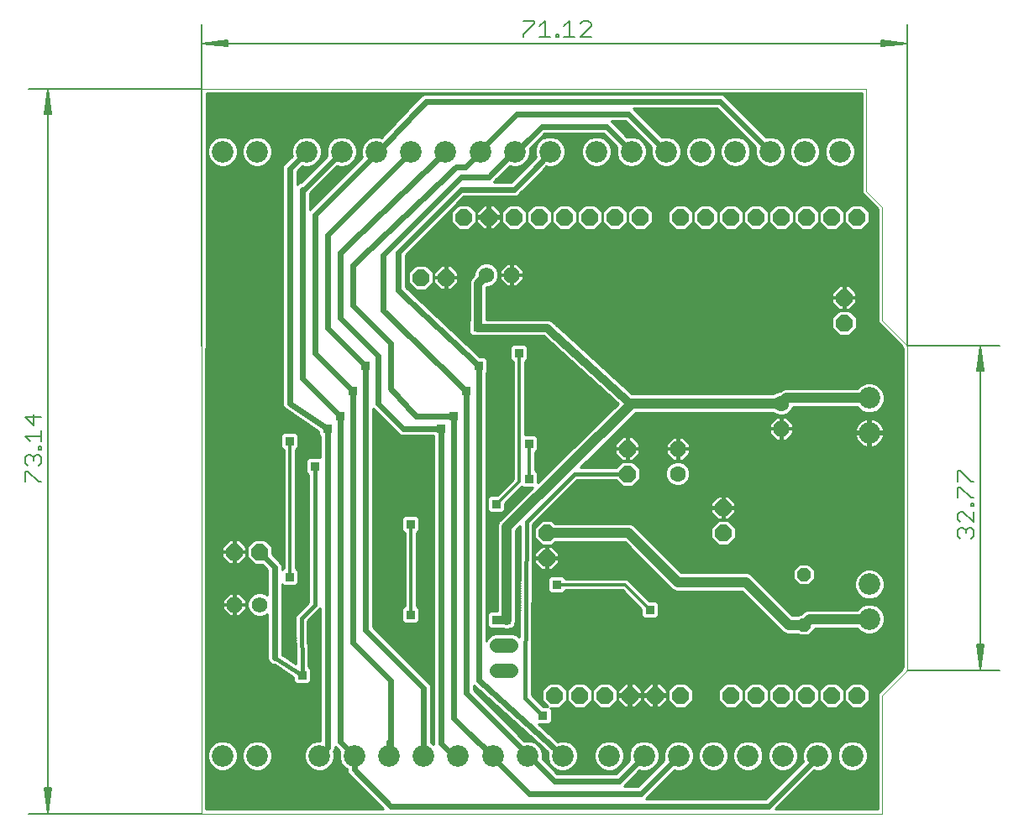
<source format=gbl>
G75*
G70*
%OFA0B0*%
%FSLAX24Y24*%
%IPPOS*%
%LPD*%
%AMOC8*
5,1,8,0,0,1.08239X$1,22.5*
%
%ADD10C,0.0000*%
%ADD11C,0.0051*%
%ADD12C,0.0060*%
%ADD13C,0.0860*%
%ADD14OC8,0.0660*%
%ADD15OC8,0.0630*%
%ADD16C,0.0630*%
%ADD17OC8,0.0520*%
%ADD18OC8,0.0620*%
%ADD19C,0.0620*%
%ADD20C,0.0560*%
%ADD21R,0.0356X0.0356*%
%ADD22C,0.0400*%
%ADD23C,0.0100*%
%ADD24C,0.0160*%
%ADD25C,0.0240*%
%ADD26C,0.0320*%
%ADD27C,0.0120*%
D10*
X007360Y000754D02*
X007360Y029550D01*
X033730Y029550D01*
X033730Y025484D01*
X034360Y024854D01*
X034360Y020354D01*
X035360Y019354D01*
X035360Y006454D01*
X034360Y005454D01*
X034360Y000754D01*
X007360Y000754D01*
D11*
X000492Y000754D01*
X001260Y000754D02*
X001362Y001778D01*
X001385Y001778D02*
X001260Y000754D01*
X001157Y001778D01*
X001134Y001778D02*
X001385Y001778D01*
X001311Y001778D02*
X001260Y000754D01*
X001208Y001778D01*
X001134Y001778D02*
X001260Y000754D01*
X001260Y029550D01*
X001362Y028527D01*
X001385Y028527D02*
X001260Y029550D01*
X001157Y028527D01*
X001134Y028527D02*
X001385Y028527D01*
X001311Y028527D02*
X001260Y029550D01*
X001208Y028527D01*
X001134Y028527D02*
X001260Y029550D01*
X000492Y029550D02*
X007360Y029550D01*
X007360Y031354D02*
X008383Y031252D01*
X008383Y031228D02*
X007360Y031354D01*
X008383Y031456D01*
X008383Y031480D02*
X008383Y031228D01*
X008383Y031303D02*
X007360Y031354D01*
X008383Y031405D01*
X008383Y031480D02*
X007360Y031354D01*
X035360Y031354D01*
X034336Y031252D01*
X034336Y031228D02*
X035360Y031354D01*
X034336Y031456D01*
X034336Y031480D02*
X034336Y031228D01*
X034336Y031303D02*
X035360Y031354D01*
X034336Y031405D01*
X034336Y031480D02*
X035360Y031354D01*
X035360Y032122D02*
X035360Y019354D01*
X039027Y019354D01*
X038260Y019354D02*
X038362Y018330D01*
X038385Y018330D02*
X038134Y018330D01*
X038260Y019354D01*
X038157Y018330D01*
X038208Y018330D02*
X038260Y019354D01*
X038311Y018330D01*
X038385Y018330D02*
X038260Y019354D01*
X038260Y006454D01*
X038362Y007478D01*
X038385Y007478D02*
X038134Y007478D01*
X038260Y006454D01*
X038157Y007478D01*
X038208Y007478D02*
X038260Y006454D01*
X038311Y007478D01*
X038385Y007478D02*
X038260Y006454D01*
X039027Y006454D02*
X035360Y006454D01*
X007360Y019354D02*
X007360Y032122D01*
D12*
X020137Y032251D02*
X020564Y032251D01*
X020564Y032144D01*
X020137Y031717D01*
X020137Y031610D01*
X020781Y031610D02*
X021208Y031610D01*
X020995Y031610D02*
X020995Y032251D01*
X020781Y032037D01*
X021426Y031717D02*
X021533Y031717D01*
X021533Y031610D01*
X021426Y031610D01*
X021426Y031717D01*
X021748Y031610D02*
X022175Y031610D01*
X021962Y031610D02*
X021962Y032251D01*
X021748Y032037D01*
X022393Y032144D02*
X022499Y032251D01*
X022713Y032251D01*
X022820Y032144D01*
X022820Y032037D01*
X022393Y031610D01*
X022820Y031610D01*
X037363Y014364D02*
X037470Y014364D01*
X037897Y013937D01*
X038003Y013937D01*
X037470Y013720D02*
X037897Y013293D01*
X038003Y013293D01*
X038003Y013077D02*
X038003Y012970D01*
X037897Y012970D01*
X037897Y013077D01*
X038003Y013077D01*
X038003Y012753D02*
X038003Y012326D01*
X037576Y012753D01*
X037470Y012753D01*
X037363Y012646D01*
X037363Y012433D01*
X037470Y012326D01*
X037470Y012108D02*
X037576Y012108D01*
X037683Y012002D01*
X037790Y012108D01*
X037897Y012108D01*
X038003Y012002D01*
X038003Y011788D01*
X037897Y011681D01*
X037683Y011895D02*
X037683Y012002D01*
X037470Y012108D02*
X037363Y012002D01*
X037363Y011788D01*
X037470Y011681D01*
X037363Y013293D02*
X037363Y013720D01*
X037470Y013720D01*
X037363Y013937D02*
X037363Y014364D01*
X001003Y014681D02*
X000897Y014574D01*
X001003Y014681D02*
X001003Y014894D01*
X000897Y015001D01*
X000790Y015001D01*
X000683Y014894D01*
X000683Y014787D01*
X000683Y014894D02*
X000576Y015001D01*
X000470Y015001D01*
X000363Y014894D01*
X000363Y014681D01*
X000470Y014574D01*
X000470Y014356D02*
X000897Y013929D01*
X001003Y013929D01*
X000363Y013929D02*
X000363Y014356D01*
X000470Y014356D01*
X000897Y015218D02*
X000897Y015325D01*
X001003Y015325D01*
X001003Y015218D01*
X000897Y015218D01*
X001003Y015541D02*
X001003Y015968D01*
X001003Y015754D02*
X000363Y015754D01*
X000576Y015541D01*
X000683Y016185D02*
X000683Y016612D01*
X000363Y016506D02*
X000683Y016185D01*
X001003Y016506D02*
X000363Y016506D01*
D13*
X008190Y027054D03*
X009568Y027054D03*
X011537Y027054D03*
X012915Y027054D03*
X014293Y027054D03*
X015671Y027054D03*
X017048Y027054D03*
X018426Y027054D03*
X019804Y027054D03*
X021182Y027054D03*
X023037Y027054D03*
X024415Y027054D03*
X025793Y027054D03*
X027171Y027054D03*
X028548Y027054D03*
X029926Y027054D03*
X031304Y027054D03*
X032682Y027054D03*
X033860Y017263D03*
X033860Y015885D03*
X033860Y009863D03*
X033860Y008485D03*
X033182Y003054D03*
X031804Y003054D03*
X030426Y003054D03*
X029048Y003054D03*
X027671Y003054D03*
X026293Y003054D03*
X024915Y003054D03*
X023537Y003054D03*
X021682Y003054D03*
X020304Y003054D03*
X018926Y003054D03*
X017548Y003054D03*
X016171Y003054D03*
X014793Y003054D03*
X013415Y003054D03*
X012037Y003054D03*
X009568Y003054D03*
X008190Y003054D03*
D14*
X008660Y011154D03*
X009660Y011154D03*
X021060Y010904D03*
X021060Y011904D03*
X024260Y014254D03*
X024260Y015254D03*
X028060Y012904D03*
X028060Y011904D03*
X028360Y005454D03*
X029360Y005454D03*
X030360Y005454D03*
X031360Y005454D03*
X032360Y005454D03*
X033360Y005454D03*
X026360Y005454D03*
X025360Y005454D03*
X024360Y005454D03*
X023360Y005454D03*
X022360Y005454D03*
X021360Y005454D03*
X032860Y020254D03*
X032860Y021254D03*
X033360Y024454D03*
X032360Y024454D03*
X031360Y024454D03*
X030360Y024454D03*
X029360Y024454D03*
X028360Y024454D03*
X027360Y024454D03*
X026360Y024454D03*
X024760Y024454D03*
X023760Y024454D03*
X022760Y024454D03*
X021760Y024454D03*
X020760Y024454D03*
X019760Y024454D03*
X018760Y024454D03*
X017760Y024454D03*
X017060Y022054D03*
X016060Y022054D03*
D15*
X026260Y015254D03*
X030360Y016054D03*
D16*
X030360Y017054D03*
X026260Y014254D03*
D17*
X031260Y010254D03*
X031260Y008254D03*
D18*
X019660Y022154D03*
X008660Y009054D03*
D19*
X009660Y009054D03*
X018660Y022154D03*
D20*
X019080Y007454D02*
X019640Y007454D01*
X019640Y006454D02*
X019080Y006454D01*
D21*
X020910Y004654D03*
X019460Y008454D03*
X019060Y008454D03*
X021460Y009854D03*
X024360Y010654D03*
X025160Y008854D03*
X030360Y012054D03*
X030360Y013454D03*
X030360Y014754D03*
X028160Y014754D03*
X028160Y015654D03*
X020360Y015454D03*
X020360Y014054D03*
X019060Y013054D03*
X016360Y012254D03*
X015660Y012254D03*
X011860Y014554D03*
X010860Y015554D03*
X012360Y016054D03*
X012860Y016554D03*
X013360Y017554D03*
X013860Y018554D03*
X016860Y016054D03*
X017360Y016554D03*
X017860Y017554D03*
X018360Y018554D03*
X019960Y019054D03*
X018320Y020074D03*
X017760Y023154D03*
X021160Y023154D03*
X014660Y015354D03*
X008860Y015154D03*
X008860Y020154D03*
X010860Y010154D03*
X011360Y006254D03*
X010860Y003854D03*
X016360Y008054D03*
X015660Y008654D03*
X030860Y006854D03*
D22*
X030660Y008254D02*
X031260Y008254D01*
X031490Y008485D01*
X033860Y008485D01*
X030660Y008254D02*
X028960Y009954D01*
X026260Y009954D01*
X024310Y011904D01*
X021060Y011904D01*
X019460Y012154D02*
X024406Y017006D01*
X024360Y017054D02*
X030360Y017054D01*
X030568Y017263D01*
X033860Y017263D01*
X019460Y012154D02*
X019460Y008454D01*
X016360Y008054D02*
X016360Y012254D01*
D23*
X016570Y012276D02*
X016008Y012276D01*
X016008Y012374D02*
X016570Y012374D01*
X016570Y012473D02*
X016008Y012473D01*
X016008Y012503D02*
X015908Y012602D01*
X015411Y012602D01*
X015311Y012503D01*
X015311Y012006D01*
X015411Y011906D01*
X015430Y011906D01*
X015430Y009002D01*
X015411Y009002D01*
X015311Y008903D01*
X015311Y008406D01*
X015411Y008306D01*
X015908Y008306D01*
X016008Y008406D01*
X016008Y008903D01*
X015908Y009002D01*
X015890Y009002D01*
X015890Y011906D01*
X015908Y011906D01*
X016008Y012006D01*
X016008Y012503D01*
X015939Y012571D02*
X016570Y012571D01*
X016570Y012670D02*
X014150Y012670D01*
X014150Y012768D02*
X016570Y012768D01*
X016570Y012867D02*
X014150Y012867D01*
X014150Y012965D02*
X016570Y012965D01*
X016570Y013064D02*
X014150Y013064D01*
X014150Y013162D02*
X016570Y013162D01*
X016570Y013261D02*
X014150Y013261D01*
X014150Y013359D02*
X016570Y013359D01*
X016570Y013458D02*
X014150Y013458D01*
X014150Y013556D02*
X016570Y013556D01*
X016570Y013655D02*
X014150Y013655D01*
X014150Y013753D02*
X016570Y013753D01*
X016570Y013852D02*
X014150Y013852D01*
X014150Y013950D02*
X016570Y013950D01*
X016570Y014049D02*
X014150Y014049D01*
X014150Y014147D02*
X016570Y014147D01*
X016570Y014246D02*
X014150Y014246D01*
X014150Y014344D02*
X016570Y014344D01*
X016570Y014443D02*
X014150Y014443D01*
X014150Y014541D02*
X016570Y014541D01*
X016570Y014640D02*
X014150Y014640D01*
X014150Y014738D02*
X016570Y014738D01*
X016570Y014837D02*
X014150Y014837D01*
X014150Y014935D02*
X016570Y014935D01*
X016570Y015034D02*
X014150Y015034D01*
X014150Y015132D02*
X016570Y015132D01*
X016570Y015231D02*
X014150Y015231D01*
X014150Y015329D02*
X016570Y015329D01*
X016570Y015428D02*
X014150Y015428D01*
X014150Y015526D02*
X016570Y015526D01*
X016570Y015625D02*
X014150Y015625D01*
X014150Y015723D02*
X016570Y015723D01*
X016570Y015747D02*
X016570Y003504D01*
X016510Y003563D01*
X016461Y003583D01*
X016461Y005801D01*
X016416Y005907D01*
X014150Y008174D01*
X014150Y016854D01*
X014195Y016808D01*
X015195Y015808D01*
X015302Y015764D01*
X016553Y015764D01*
X016570Y015747D01*
X015182Y015822D02*
X014150Y015822D01*
X014150Y015920D02*
X015083Y015920D01*
X014985Y016019D02*
X014150Y016019D01*
X014150Y016117D02*
X014886Y016117D01*
X014788Y016216D02*
X014150Y016216D01*
X014150Y016314D02*
X014689Y016314D01*
X014591Y016413D02*
X014150Y016413D01*
X014150Y016511D02*
X014492Y016511D01*
X014394Y016610D02*
X014150Y016610D01*
X014150Y016708D02*
X014295Y016708D01*
X014197Y016807D02*
X014150Y016807D01*
X012011Y015938D02*
X012011Y015806D01*
X012070Y015747D01*
X012070Y014902D01*
X011611Y014902D01*
X011511Y014803D01*
X011511Y014306D01*
X011610Y014207D01*
X011610Y009148D01*
X011177Y008715D01*
X011107Y008645D01*
X011069Y008553D01*
X011069Y008542D01*
X011068Y008540D01*
X011069Y008493D01*
X011069Y008445D01*
X011069Y008443D01*
X011101Y006715D01*
X010550Y007066D01*
X010550Y009867D01*
X010611Y009806D01*
X011108Y009806D01*
X011208Y009906D01*
X011208Y010403D01*
X011108Y010502D01*
X011090Y010502D01*
X011090Y015206D01*
X011108Y015206D01*
X011208Y015306D01*
X011208Y015803D01*
X011108Y015902D01*
X010611Y015902D01*
X010511Y015803D01*
X010511Y015306D01*
X010611Y015206D01*
X010630Y015206D01*
X010630Y010502D01*
X010611Y010502D01*
X010550Y010441D01*
X010550Y010612D01*
X010505Y010718D01*
X010160Y011064D01*
X010160Y011361D01*
X009867Y011654D01*
X009452Y011654D01*
X009160Y011361D01*
X009160Y010947D01*
X009452Y010654D01*
X009749Y010654D01*
X009970Y010434D01*
X009970Y009423D01*
X009931Y009461D01*
X009755Y009534D01*
X009564Y009534D01*
X009388Y009461D01*
X009253Y009326D01*
X009180Y009150D01*
X009180Y008959D01*
X009253Y008782D01*
X009388Y008647D01*
X009564Y008574D01*
X009755Y008574D01*
X009931Y008647D01*
X009970Y008685D01*
X009970Y006896D01*
X010014Y006790D01*
X010095Y006708D01*
X010202Y006664D01*
X010250Y006664D01*
X011011Y006179D01*
X011011Y006006D01*
X011111Y005906D01*
X011608Y005906D01*
X011708Y006006D01*
X011708Y006503D01*
X011608Y006602D01*
X011603Y006602D01*
X011570Y008401D01*
X012070Y008901D01*
X012070Y003654D01*
X011917Y003654D01*
X011697Y003563D01*
X011528Y003394D01*
X011437Y003173D01*
X011437Y002935D01*
X011528Y002714D01*
X011697Y002545D01*
X011917Y002454D01*
X012156Y002454D01*
X012377Y002545D01*
X012545Y002714D01*
X012637Y002935D01*
X012637Y003173D01*
X012613Y003231D01*
X012650Y003319D01*
X012650Y003409D01*
X012835Y003223D01*
X012815Y003173D01*
X012815Y002935D01*
X012906Y002714D01*
X013075Y002545D01*
X013125Y002525D01*
X013125Y002441D01*
X013169Y002335D01*
X014579Y000924D01*
X007530Y000924D01*
X007530Y019247D01*
X007555Y019273D01*
X007555Y029380D01*
X033560Y029380D01*
X033560Y025414D01*
X033659Y025314D01*
X034190Y024784D01*
X034190Y020284D01*
X034289Y020184D01*
X035164Y019309D01*
X035164Y019273D01*
X035190Y019247D01*
X035190Y006561D01*
X035164Y006535D01*
X035164Y006499D01*
X034190Y005524D01*
X034190Y000924D01*
X030140Y000924D01*
X031674Y002459D01*
X031685Y002454D01*
X031924Y002454D01*
X032144Y002545D01*
X032313Y002714D01*
X032404Y002935D01*
X032404Y003173D01*
X032313Y003394D01*
X032144Y003563D01*
X031924Y003654D01*
X031685Y003654D01*
X031465Y003563D01*
X031296Y003394D01*
X031204Y003173D01*
X031204Y002935D01*
X031241Y002846D01*
X029739Y001344D01*
X024993Y001344D01*
X026123Y002475D01*
X026173Y002454D01*
X026412Y002454D01*
X026632Y002545D01*
X026801Y002714D01*
X026893Y002935D01*
X026893Y003173D01*
X026801Y003394D01*
X026632Y003563D01*
X026412Y003654D01*
X026173Y003654D01*
X025953Y003563D01*
X025784Y003394D01*
X025693Y003173D01*
X025693Y002935D01*
X025713Y002885D01*
X024672Y001844D01*
X024115Y001844D01*
X024745Y002475D01*
X024795Y002454D01*
X025034Y002454D01*
X025255Y002545D01*
X025423Y002714D01*
X025515Y002935D01*
X025515Y003173D01*
X025423Y003394D01*
X025255Y003563D01*
X025034Y003654D01*
X024795Y003654D01*
X024575Y003563D01*
X024406Y003394D01*
X024315Y003173D01*
X024315Y002935D01*
X024335Y002885D01*
X023795Y002344D01*
X021480Y002344D01*
X020900Y002924D01*
X020904Y002935D01*
X020904Y003173D01*
X020813Y003394D01*
X020644Y003563D01*
X020424Y003654D01*
X020185Y003654D01*
X020174Y003650D01*
X018150Y005674D01*
X018150Y005853D01*
X018160Y005843D01*
X018195Y005808D01*
X018203Y005805D01*
X018388Y005639D01*
X021092Y003197D01*
X021082Y003173D01*
X021082Y002935D01*
X021174Y002714D01*
X021342Y002545D01*
X021563Y002454D01*
X021802Y002454D01*
X022022Y002545D01*
X022191Y002714D01*
X022282Y002935D01*
X022282Y003173D01*
X022191Y003394D01*
X022022Y003563D01*
X021802Y003654D01*
X021563Y003654D01*
X021486Y003622D01*
X020729Y004306D01*
X021158Y004306D01*
X021258Y004406D01*
X021258Y004903D01*
X021206Y004954D01*
X021567Y004954D01*
X021860Y005247D01*
X022152Y004954D01*
X022567Y004954D01*
X022860Y005247D01*
X023152Y004954D01*
X023567Y004954D01*
X023860Y005247D01*
X023860Y005661D01*
X023567Y005954D01*
X023152Y005954D01*
X022860Y005661D01*
X022860Y005247D01*
X022860Y005661D01*
X022567Y005954D01*
X022152Y005954D01*
X021860Y005661D01*
X021860Y005247D01*
X021860Y005661D01*
X021567Y005954D01*
X021152Y005954D01*
X020860Y005661D01*
X020860Y005247D01*
X021104Y005002D01*
X020915Y005002D01*
X020460Y005458D01*
X020460Y006053D01*
X020509Y012250D01*
X022263Y014004D01*
X023802Y014004D01*
X024052Y013754D01*
X024467Y013754D01*
X024760Y014047D01*
X024760Y014461D01*
X024467Y014754D01*
X024052Y014754D01*
X023802Y014504D01*
X022384Y014504D01*
X024607Y016684D01*
X030044Y016684D01*
X030085Y016643D01*
X030263Y016569D01*
X030456Y016569D01*
X030634Y016643D01*
X030771Y016779D01*
X030818Y016893D01*
X033381Y016893D01*
X033520Y016754D01*
X033740Y016663D01*
X033979Y016663D01*
X034199Y016754D01*
X034368Y016923D01*
X034460Y017143D01*
X034460Y017382D01*
X034368Y017603D01*
X034199Y017771D01*
X033979Y017863D01*
X033740Y017863D01*
X033520Y017771D01*
X033381Y017633D01*
X030495Y017633D01*
X030359Y017576D01*
X030321Y017539D01*
X030263Y017539D01*
X030085Y017465D01*
X030044Y017424D01*
X024437Y017424D01*
X021287Y020293D01*
X021246Y020334D01*
X021239Y020337D01*
X021233Y020342D01*
X021179Y020362D01*
X021125Y020384D01*
X021117Y020384D01*
X021110Y020387D01*
X021052Y020384D01*
X018650Y020384D01*
X018650Y021674D01*
X018755Y021674D01*
X018931Y021747D01*
X019066Y021882D01*
X019140Y022059D01*
X019140Y022250D01*
X019066Y022426D01*
X018931Y022561D01*
X018755Y022634D01*
X018564Y022634D01*
X018388Y022561D01*
X018253Y022426D01*
X018180Y022250D01*
X018180Y022141D01*
X018133Y022094D01*
X018040Y022001D01*
X017990Y021880D01*
X017990Y020341D01*
X017971Y020323D01*
X017971Y019826D01*
X018071Y019726D01*
X018269Y019726D01*
X018274Y019724D01*
X020932Y019724D01*
X023896Y017024D01*
X020708Y013896D01*
X020708Y014303D01*
X020608Y014402D01*
X020590Y014402D01*
X020590Y015106D01*
X020608Y015106D01*
X020708Y015206D01*
X020708Y015703D01*
X020608Y015802D01*
X020190Y015802D01*
X020190Y018706D01*
X020208Y018706D01*
X020308Y018806D01*
X020308Y019303D01*
X020208Y019402D01*
X019711Y019402D01*
X019611Y019303D01*
X019611Y018806D01*
X019711Y018706D01*
X019730Y018706D01*
X019730Y014049D01*
X019082Y013402D01*
X018811Y013402D01*
X018711Y013303D01*
X018711Y012806D01*
X018811Y012706D01*
X019308Y012706D01*
X019408Y012806D01*
X019408Y013077D01*
X020055Y013724D01*
X020074Y013743D01*
X020111Y013706D01*
X020513Y013706D01*
X019252Y012468D01*
X019250Y012468D01*
X019199Y012417D01*
X019148Y012367D01*
X019147Y012365D01*
X019146Y012364D01*
X019118Y012297D01*
X019090Y012231D01*
X019090Y012229D01*
X019090Y012228D01*
X019090Y012156D01*
X019089Y012084D01*
X019090Y012082D01*
X019090Y008802D01*
X018811Y008802D01*
X018711Y008703D01*
X018711Y008206D01*
X018811Y008106D01*
X019333Y008106D01*
X019386Y008084D01*
X019533Y008084D01*
X019586Y008106D01*
X019708Y008106D01*
X019808Y008206D01*
X019808Y008328D01*
X019830Y008380D01*
X019830Y011999D01*
X020008Y012174D01*
X019973Y007757D01*
X019894Y007836D01*
X019729Y007904D01*
X018990Y007904D01*
X018825Y007836D01*
X018698Y007709D01*
X018650Y007592D01*
X018650Y018247D01*
X018708Y018306D01*
X018708Y018803D01*
X018608Y018902D01*
X018412Y018902D01*
X015450Y021680D01*
X015450Y022934D01*
X017780Y025264D01*
X019817Y025264D01*
X019924Y025308D01*
X020005Y025390D01*
X020753Y026137D01*
X020761Y026141D01*
X020794Y026178D01*
X020828Y026213D01*
X020832Y026221D01*
X021045Y026462D01*
X021063Y026454D01*
X021302Y026454D01*
X021522Y026545D01*
X021691Y026714D01*
X021782Y026935D01*
X021782Y027173D01*
X021691Y027394D01*
X021522Y027563D01*
X021302Y027654D01*
X021063Y027654D01*
X020842Y027563D01*
X020674Y027394D01*
X020582Y027173D01*
X020582Y026935D01*
X020616Y026853D01*
X020371Y026576D01*
X019639Y025844D01*
X018960Y025844D01*
X019005Y025890D01*
X019603Y026488D01*
X019685Y026454D01*
X019924Y026454D01*
X020144Y026545D01*
X020313Y026714D01*
X020404Y026935D01*
X020404Y027173D01*
X020395Y027196D01*
X020517Y027305D01*
X020524Y027308D01*
X020559Y027344D01*
X020596Y027377D01*
X020600Y027384D01*
X020980Y027764D01*
X023295Y027764D01*
X023835Y027223D01*
X023815Y027173D01*
X023815Y026935D01*
X023906Y026714D01*
X024075Y026545D01*
X024295Y026454D01*
X024534Y026454D01*
X024755Y026545D01*
X024923Y026714D01*
X025015Y026935D01*
X025015Y027173D01*
X024923Y027394D01*
X024755Y027563D01*
X024534Y027654D01*
X024295Y027654D01*
X024245Y027633D01*
X023615Y028264D01*
X024172Y028264D01*
X025213Y027223D01*
X025193Y027173D01*
X025193Y026935D01*
X025284Y026714D01*
X025453Y026545D01*
X025673Y026454D01*
X025912Y026454D01*
X026132Y026545D01*
X026301Y026714D01*
X026393Y026935D01*
X026393Y027173D01*
X026301Y027394D01*
X026132Y027563D01*
X025912Y027654D01*
X025673Y027654D01*
X025623Y027633D01*
X024493Y028764D01*
X027806Y028764D01*
X029347Y027223D01*
X029326Y027173D01*
X029326Y026935D01*
X029418Y026714D01*
X029587Y026545D01*
X029807Y026454D01*
X030046Y026454D01*
X030266Y026545D01*
X030435Y026714D01*
X030526Y026935D01*
X030526Y027173D01*
X030435Y027394D01*
X030266Y027563D01*
X030046Y027654D01*
X029807Y027654D01*
X029757Y027633D01*
X028091Y029300D01*
X027984Y029344D01*
X016313Y029344D01*
X016310Y029345D01*
X016256Y029344D01*
X016202Y029344D01*
X016198Y029343D01*
X016194Y029342D01*
X016145Y029321D01*
X016095Y029300D01*
X016092Y029297D01*
X016089Y029296D01*
X016052Y029256D01*
X016014Y029218D01*
X016012Y029215D01*
X014497Y027619D01*
X014412Y027654D01*
X014173Y027654D01*
X013953Y027563D01*
X013784Y027394D01*
X013693Y027173D01*
X013693Y026935D01*
X013733Y026838D01*
X011695Y024800D01*
X011650Y024754D01*
X011650Y025379D01*
X011660Y025390D01*
X012745Y026475D01*
X012795Y026454D01*
X013034Y026454D01*
X013255Y026545D01*
X013423Y026714D01*
X013515Y026935D01*
X013515Y027173D01*
X013423Y027394D01*
X013255Y027563D01*
X013034Y027654D01*
X012795Y027654D01*
X012575Y027563D01*
X012406Y027394D01*
X012315Y027173D01*
X012315Y026935D01*
X012335Y026885D01*
X011289Y025839D01*
X011195Y025800D01*
X011150Y025754D01*
X011150Y026257D01*
X011367Y026475D01*
X011417Y026454D01*
X011656Y026454D01*
X011877Y026545D01*
X012045Y026714D01*
X012137Y026935D01*
X012137Y027173D01*
X012045Y027394D01*
X011877Y027563D01*
X011656Y027654D01*
X011417Y027654D01*
X011197Y027563D01*
X011028Y027394D01*
X010937Y027173D01*
X010937Y026935D01*
X010957Y026885D01*
X010614Y026541D01*
X010570Y026435D01*
X010570Y017082D01*
X010564Y017054D01*
X010570Y017025D01*
X010570Y016996D01*
X010581Y016969D01*
X010586Y016941D01*
X010603Y016917D01*
X010614Y016890D01*
X010634Y016869D01*
X010651Y016845D01*
X010675Y016829D01*
X010695Y016808D01*
X010722Y016797D01*
X012011Y015938D01*
X012011Y015920D02*
X007530Y015920D01*
X007530Y015822D02*
X010530Y015822D01*
X010511Y015723D02*
X007530Y015723D01*
X007530Y015625D02*
X010511Y015625D01*
X010511Y015526D02*
X007530Y015526D01*
X007530Y015428D02*
X010511Y015428D01*
X010511Y015329D02*
X007530Y015329D01*
X007530Y015231D02*
X010586Y015231D01*
X010630Y015132D02*
X007530Y015132D01*
X007530Y015034D02*
X010630Y015034D01*
X010630Y014935D02*
X007530Y014935D01*
X007530Y014837D02*
X010630Y014837D01*
X010630Y014738D02*
X007530Y014738D01*
X007530Y014640D02*
X010630Y014640D01*
X010630Y014541D02*
X007530Y014541D01*
X007530Y014443D02*
X010630Y014443D01*
X010630Y014344D02*
X007530Y014344D01*
X007530Y014246D02*
X010630Y014246D01*
X010630Y014147D02*
X007530Y014147D01*
X007530Y014049D02*
X010630Y014049D01*
X010630Y013950D02*
X007530Y013950D01*
X007530Y013852D02*
X010630Y013852D01*
X010630Y013753D02*
X007530Y013753D01*
X007530Y013655D02*
X010630Y013655D01*
X010630Y013556D02*
X007530Y013556D01*
X007530Y013458D02*
X010630Y013458D01*
X010630Y013359D02*
X007530Y013359D01*
X007530Y013261D02*
X010630Y013261D01*
X010630Y013162D02*
X007530Y013162D01*
X007530Y013064D02*
X010630Y013064D01*
X010630Y012965D02*
X007530Y012965D01*
X007530Y012867D02*
X010630Y012867D01*
X010630Y012768D02*
X007530Y012768D01*
X007530Y012670D02*
X010630Y012670D01*
X010630Y012571D02*
X007530Y012571D01*
X007530Y012473D02*
X010630Y012473D01*
X010630Y012374D02*
X007530Y012374D01*
X007530Y012276D02*
X010630Y012276D01*
X010630Y012177D02*
X007530Y012177D01*
X007530Y012079D02*
X010630Y012079D01*
X010630Y011980D02*
X007530Y011980D01*
X007530Y011882D02*
X010630Y011882D01*
X010630Y011783D02*
X007530Y011783D01*
X007530Y011685D02*
X010630Y011685D01*
X010630Y011586D02*
X009935Y011586D01*
X010033Y011488D02*
X010630Y011488D01*
X010630Y011389D02*
X010132Y011389D01*
X010160Y011291D02*
X010630Y011291D01*
X010630Y011192D02*
X010160Y011192D01*
X010160Y011094D02*
X010630Y011094D01*
X010630Y010995D02*
X010229Y010995D01*
X010327Y010897D02*
X010630Y010897D01*
X010630Y010798D02*
X010426Y010798D01*
X010513Y010700D02*
X010630Y010700D01*
X010630Y010601D02*
X010550Y010601D01*
X010550Y010503D02*
X010630Y010503D01*
X011090Y010503D02*
X011610Y010503D01*
X011610Y010601D02*
X011090Y010601D01*
X011090Y010700D02*
X011610Y010700D01*
X011610Y010798D02*
X011090Y010798D01*
X011090Y010897D02*
X011610Y010897D01*
X011610Y010995D02*
X011090Y010995D01*
X011090Y011094D02*
X011610Y011094D01*
X011610Y011192D02*
X011090Y011192D01*
X011090Y011291D02*
X011610Y011291D01*
X011610Y011389D02*
X011090Y011389D01*
X011090Y011488D02*
X011610Y011488D01*
X011610Y011586D02*
X011090Y011586D01*
X011090Y011685D02*
X011610Y011685D01*
X011610Y011783D02*
X011090Y011783D01*
X011090Y011882D02*
X011610Y011882D01*
X011610Y011980D02*
X011090Y011980D01*
X011090Y012079D02*
X011610Y012079D01*
X011610Y012177D02*
X011090Y012177D01*
X011090Y012276D02*
X011610Y012276D01*
X011610Y012374D02*
X011090Y012374D01*
X011090Y012473D02*
X011610Y012473D01*
X011610Y012571D02*
X011090Y012571D01*
X011090Y012670D02*
X011610Y012670D01*
X011610Y012768D02*
X011090Y012768D01*
X011090Y012867D02*
X011610Y012867D01*
X011610Y012965D02*
X011090Y012965D01*
X011090Y013064D02*
X011610Y013064D01*
X011610Y013162D02*
X011090Y013162D01*
X011090Y013261D02*
X011610Y013261D01*
X011610Y013359D02*
X011090Y013359D01*
X011090Y013458D02*
X011610Y013458D01*
X011610Y013556D02*
X011090Y013556D01*
X011090Y013655D02*
X011610Y013655D01*
X011610Y013753D02*
X011090Y013753D01*
X011090Y013852D02*
X011610Y013852D01*
X011610Y013950D02*
X011090Y013950D01*
X011090Y014049D02*
X011610Y014049D01*
X011610Y014147D02*
X011090Y014147D01*
X011090Y014246D02*
X011571Y014246D01*
X011511Y014344D02*
X011090Y014344D01*
X011090Y014443D02*
X011511Y014443D01*
X011511Y014541D02*
X011090Y014541D01*
X011090Y014640D02*
X011511Y014640D01*
X011511Y014738D02*
X011090Y014738D01*
X011090Y014837D02*
X011545Y014837D01*
X011090Y014935D02*
X012070Y014935D01*
X012070Y015034D02*
X011090Y015034D01*
X011090Y015132D02*
X012070Y015132D01*
X012070Y015231D02*
X011133Y015231D01*
X011208Y015329D02*
X012070Y015329D01*
X012070Y015428D02*
X011208Y015428D01*
X011208Y015526D02*
X012070Y015526D01*
X012070Y015625D02*
X011208Y015625D01*
X011208Y015723D02*
X012070Y015723D01*
X012011Y015822D02*
X011189Y015822D01*
X011594Y016216D02*
X007530Y016216D01*
X007530Y016314D02*
X011447Y016314D01*
X011299Y016413D02*
X007530Y016413D01*
X007530Y016511D02*
X011151Y016511D01*
X011003Y016610D02*
X007530Y016610D01*
X007530Y016708D02*
X010856Y016708D01*
X010699Y016807D02*
X007530Y016807D01*
X007530Y016905D02*
X010607Y016905D01*
X010570Y017004D02*
X007530Y017004D01*
X007530Y017102D02*
X010570Y017102D01*
X010570Y017201D02*
X007530Y017201D01*
X007530Y017299D02*
X010570Y017299D01*
X010570Y017398D02*
X007530Y017398D01*
X007530Y017496D02*
X010570Y017496D01*
X010570Y017595D02*
X007530Y017595D01*
X007530Y017693D02*
X010570Y017693D01*
X010570Y017792D02*
X007530Y017792D01*
X007530Y017890D02*
X010570Y017890D01*
X010570Y017989D02*
X007530Y017989D01*
X007530Y018087D02*
X010570Y018087D01*
X010570Y018186D02*
X007530Y018186D01*
X007530Y018284D02*
X010570Y018284D01*
X010570Y018383D02*
X007530Y018383D01*
X007530Y018481D02*
X010570Y018481D01*
X010570Y018580D02*
X007530Y018580D01*
X007530Y018678D02*
X010570Y018678D01*
X010570Y018777D02*
X007530Y018777D01*
X007530Y018875D02*
X010570Y018875D01*
X010570Y018974D02*
X007530Y018974D01*
X007530Y019072D02*
X010570Y019072D01*
X010570Y019171D02*
X007530Y019171D01*
X007551Y019269D02*
X010570Y019269D01*
X010570Y019368D02*
X007555Y019368D01*
X007555Y019466D02*
X010570Y019466D01*
X010570Y019565D02*
X007555Y019565D01*
X007555Y019663D02*
X010570Y019663D01*
X010570Y019762D02*
X007555Y019762D01*
X007555Y019860D02*
X010570Y019860D01*
X010570Y019959D02*
X007555Y019959D01*
X007555Y020057D02*
X010570Y020057D01*
X010570Y020156D02*
X007555Y020156D01*
X007555Y020254D02*
X010570Y020254D01*
X010570Y020353D02*
X007555Y020353D01*
X007555Y020451D02*
X010570Y020451D01*
X010570Y020550D02*
X007555Y020550D01*
X007555Y020648D02*
X010570Y020648D01*
X010570Y020747D02*
X007555Y020747D01*
X007555Y020845D02*
X010570Y020845D01*
X010570Y020944D02*
X007555Y020944D01*
X007555Y021042D02*
X010570Y021042D01*
X010570Y021141D02*
X007555Y021141D01*
X007555Y021239D02*
X010570Y021239D01*
X010570Y021338D02*
X007555Y021338D01*
X007555Y021436D02*
X010570Y021436D01*
X010570Y021535D02*
X007555Y021535D01*
X007555Y021633D02*
X010570Y021633D01*
X010570Y021732D02*
X007555Y021732D01*
X007555Y021830D02*
X010570Y021830D01*
X010570Y021929D02*
X007555Y021929D01*
X007555Y022027D02*
X010570Y022027D01*
X010570Y022126D02*
X007555Y022126D01*
X007555Y022224D02*
X010570Y022224D01*
X010570Y022323D02*
X007555Y022323D01*
X007555Y022421D02*
X010570Y022421D01*
X010570Y022520D02*
X007555Y022520D01*
X007555Y022618D02*
X010570Y022618D01*
X010570Y022717D02*
X007555Y022717D01*
X007555Y022815D02*
X010570Y022815D01*
X010570Y022914D02*
X007555Y022914D01*
X007555Y023012D02*
X010570Y023012D01*
X010570Y023111D02*
X007555Y023111D01*
X007555Y023209D02*
X010570Y023209D01*
X010570Y023308D02*
X007555Y023308D01*
X007555Y023406D02*
X010570Y023406D01*
X010570Y023505D02*
X007555Y023505D01*
X007555Y023603D02*
X010570Y023603D01*
X010570Y023702D02*
X007555Y023702D01*
X007555Y023800D02*
X010570Y023800D01*
X010570Y023899D02*
X007555Y023899D01*
X007555Y023997D02*
X010570Y023997D01*
X010570Y024096D02*
X007555Y024096D01*
X007555Y024194D02*
X010570Y024194D01*
X010570Y024293D02*
X007555Y024293D01*
X007555Y024391D02*
X010570Y024391D01*
X010570Y024490D02*
X007555Y024490D01*
X007555Y024588D02*
X010570Y024588D01*
X010570Y024687D02*
X007555Y024687D01*
X007555Y024785D02*
X010570Y024785D01*
X010570Y024884D02*
X007555Y024884D01*
X007555Y024982D02*
X010570Y024982D01*
X010570Y025081D02*
X007555Y025081D01*
X007555Y025179D02*
X010570Y025179D01*
X010570Y025278D02*
X007555Y025278D01*
X007555Y025376D02*
X010570Y025376D01*
X010570Y025475D02*
X007555Y025475D01*
X007555Y025573D02*
X010570Y025573D01*
X010570Y025672D02*
X007555Y025672D01*
X007555Y025770D02*
X010570Y025770D01*
X010570Y025869D02*
X007555Y025869D01*
X007555Y025967D02*
X010570Y025967D01*
X010570Y026066D02*
X007555Y026066D01*
X007555Y026164D02*
X010570Y026164D01*
X010570Y026263D02*
X007555Y026263D01*
X007555Y026361D02*
X010570Y026361D01*
X010580Y026460D02*
X009701Y026460D01*
X009688Y026454D02*
X009908Y026545D01*
X010077Y026714D01*
X010168Y026935D01*
X010168Y027173D01*
X010077Y027394D01*
X009908Y027563D01*
X009688Y027654D01*
X009449Y027654D01*
X009228Y027563D01*
X009060Y027394D01*
X008968Y027173D01*
X008968Y026935D01*
X009060Y026714D01*
X009228Y026545D01*
X009449Y026454D01*
X009688Y026454D01*
X009435Y026460D02*
X008323Y026460D01*
X008310Y026454D02*
X008530Y026545D01*
X008699Y026714D01*
X008790Y026935D01*
X008790Y027173D01*
X008699Y027394D01*
X008530Y027563D01*
X008310Y027654D01*
X008071Y027654D01*
X007850Y027563D01*
X007682Y027394D01*
X007590Y027173D01*
X007590Y026935D01*
X007682Y026714D01*
X007850Y026545D01*
X008071Y026454D01*
X008310Y026454D01*
X008057Y026460D02*
X007555Y026460D01*
X007555Y026558D02*
X007838Y026558D01*
X007739Y026657D02*
X007555Y026657D01*
X007555Y026755D02*
X007665Y026755D01*
X007624Y026854D02*
X007555Y026854D01*
X007555Y026952D02*
X007590Y026952D01*
X007590Y027051D02*
X007555Y027051D01*
X007555Y027149D02*
X007590Y027149D01*
X007621Y027248D02*
X007555Y027248D01*
X007555Y027346D02*
X007662Y027346D01*
X007732Y027445D02*
X007555Y027445D01*
X007555Y027543D02*
X007831Y027543D01*
X008041Y027642D02*
X007555Y027642D01*
X007555Y027740D02*
X014613Y027740D01*
X014706Y027839D02*
X007555Y027839D01*
X007555Y027937D02*
X014800Y027937D01*
X014893Y028036D02*
X007555Y028036D01*
X007555Y028134D02*
X014987Y028134D01*
X015080Y028233D02*
X007555Y028233D01*
X007555Y028331D02*
X015174Y028331D01*
X015267Y028430D02*
X007555Y028430D01*
X007555Y028528D02*
X015360Y028528D01*
X015454Y028627D02*
X007555Y028627D01*
X007555Y028725D02*
X015547Y028725D01*
X015641Y028824D02*
X007555Y028824D01*
X007555Y028922D02*
X015734Y028922D01*
X015828Y029021D02*
X007555Y029021D01*
X007555Y029119D02*
X015921Y029119D01*
X016013Y029218D02*
X007555Y029218D01*
X007555Y029316D02*
X016134Y029316D01*
X014519Y027642D02*
X014442Y027642D01*
X014143Y027642D02*
X013064Y027642D01*
X013274Y027543D02*
X013933Y027543D01*
X013835Y027445D02*
X013373Y027445D01*
X013443Y027346D02*
X013764Y027346D01*
X013723Y027248D02*
X013484Y027248D01*
X013515Y027149D02*
X013693Y027149D01*
X013693Y027051D02*
X013515Y027051D01*
X013515Y026952D02*
X013693Y026952D01*
X013726Y026854D02*
X013481Y026854D01*
X013440Y026755D02*
X013650Y026755D01*
X013552Y026657D02*
X013366Y026657D01*
X013453Y026558D02*
X013267Y026558D01*
X013355Y026460D02*
X013047Y026460D01*
X013158Y026263D02*
X012533Y026263D01*
X012632Y026361D02*
X013256Y026361D01*
X013059Y026164D02*
X012435Y026164D01*
X012336Y026066D02*
X012961Y026066D01*
X012862Y025967D02*
X012238Y025967D01*
X012139Y025869D02*
X012764Y025869D01*
X012665Y025770D02*
X012041Y025770D01*
X011942Y025672D02*
X012567Y025672D01*
X012468Y025573D02*
X011844Y025573D01*
X011745Y025475D02*
X012370Y025475D01*
X012271Y025376D02*
X011650Y025376D01*
X011650Y025278D02*
X012173Y025278D01*
X012074Y025179D02*
X011650Y025179D01*
X011650Y025081D02*
X011976Y025081D01*
X011877Y024982D02*
X011650Y024982D01*
X011650Y024884D02*
X011779Y024884D01*
X011680Y024785D02*
X011650Y024785D01*
X011165Y025770D02*
X011150Y025770D01*
X011150Y025869D02*
X011319Y025869D01*
X011418Y025967D02*
X011150Y025967D01*
X011150Y026066D02*
X011516Y026066D01*
X011615Y026164D02*
X011150Y026164D01*
X011155Y026263D02*
X011713Y026263D01*
X011812Y026361D02*
X011254Y026361D01*
X011352Y026460D02*
X011404Y026460D01*
X011669Y026460D02*
X011910Y026460D01*
X011889Y026558D02*
X012009Y026558D01*
X011988Y026657D02*
X012107Y026657D01*
X012062Y026755D02*
X012206Y026755D01*
X012304Y026854D02*
X012103Y026854D01*
X012137Y026952D02*
X012315Y026952D01*
X012315Y027051D02*
X012137Y027051D01*
X012137Y027149D02*
X012315Y027149D01*
X012345Y027248D02*
X012106Y027248D01*
X012065Y027346D02*
X012386Y027346D01*
X012457Y027445D02*
X011995Y027445D01*
X011896Y027543D02*
X012555Y027543D01*
X012765Y027642D02*
X011686Y027642D01*
X011387Y027642D02*
X009718Y027642D01*
X009928Y027543D02*
X011177Y027543D01*
X011079Y027445D02*
X010026Y027445D01*
X010097Y027346D02*
X011008Y027346D01*
X010967Y027248D02*
X010137Y027248D01*
X010168Y027149D02*
X010937Y027149D01*
X010937Y027051D02*
X010168Y027051D01*
X010168Y026952D02*
X010937Y026952D01*
X010926Y026854D02*
X010135Y026854D01*
X010094Y026755D02*
X010828Y026755D01*
X010729Y026657D02*
X010019Y026657D01*
X009921Y026558D02*
X010631Y026558D01*
X009419Y027642D02*
X008340Y027642D01*
X008550Y027543D02*
X009209Y027543D01*
X009110Y027445D02*
X008648Y027445D01*
X008719Y027346D02*
X009040Y027346D01*
X008999Y027248D02*
X008759Y027248D01*
X008790Y027149D02*
X008968Y027149D01*
X008968Y027051D02*
X008790Y027051D01*
X008790Y026952D02*
X008968Y026952D01*
X009002Y026854D02*
X008757Y026854D01*
X008716Y026755D02*
X009043Y026755D01*
X009117Y026657D02*
X008641Y026657D01*
X008543Y026558D02*
X009216Y026558D01*
X012730Y026460D02*
X012782Y026460D01*
X016020Y023505D02*
X034190Y023505D01*
X034190Y023603D02*
X016119Y023603D01*
X016217Y023702D02*
X034190Y023702D01*
X034190Y023800D02*
X016316Y023800D01*
X016414Y023899D02*
X034190Y023899D01*
X034190Y023997D02*
X033610Y023997D01*
X033567Y023954D02*
X033860Y024247D01*
X033860Y024661D01*
X033567Y024954D01*
X033152Y024954D01*
X032860Y024661D01*
X032860Y024247D01*
X033152Y023954D01*
X033567Y023954D01*
X033708Y024096D02*
X034190Y024096D01*
X034190Y024194D02*
X033807Y024194D01*
X033860Y024293D02*
X034190Y024293D01*
X034190Y024391D02*
X033860Y024391D01*
X033860Y024490D02*
X034190Y024490D01*
X034190Y024588D02*
X033860Y024588D01*
X033834Y024687D02*
X034190Y024687D01*
X034188Y024785D02*
X033736Y024785D01*
X033637Y024884D02*
X034090Y024884D01*
X033991Y024982D02*
X017498Y024982D01*
X017552Y024954D02*
X017260Y024661D01*
X017260Y024247D01*
X017552Y023954D01*
X017967Y023954D01*
X018260Y024247D01*
X018260Y024661D01*
X017967Y024954D01*
X017552Y024954D01*
X017482Y024884D02*
X017399Y024884D01*
X017383Y024785D02*
X017301Y024785D01*
X017285Y024687D02*
X017202Y024687D01*
X017260Y024588D02*
X017104Y024588D01*
X017005Y024490D02*
X017260Y024490D01*
X017260Y024391D02*
X016907Y024391D01*
X016808Y024293D02*
X017260Y024293D01*
X017312Y024194D02*
X016710Y024194D01*
X016611Y024096D02*
X017411Y024096D01*
X017509Y023997D02*
X016513Y023997D01*
X015922Y023406D02*
X034190Y023406D01*
X034190Y023308D02*
X015823Y023308D01*
X015725Y023209D02*
X034190Y023209D01*
X034190Y023111D02*
X015626Y023111D01*
X015528Y023012D02*
X034190Y023012D01*
X034190Y022914D02*
X015450Y022914D01*
X015450Y022815D02*
X034190Y022815D01*
X034190Y022717D02*
X015450Y022717D01*
X015450Y022618D02*
X018526Y022618D01*
X018346Y022520D02*
X017273Y022520D01*
X017258Y022534D02*
X017090Y022534D01*
X017090Y022084D01*
X017540Y022084D01*
X017540Y022253D01*
X017258Y022534D01*
X017371Y022421D02*
X018251Y022421D01*
X018210Y022323D02*
X017470Y022323D01*
X017540Y022224D02*
X018180Y022224D01*
X018164Y022126D02*
X017540Y022126D01*
X017540Y022024D02*
X017090Y022024D01*
X017090Y022084D01*
X017030Y022084D01*
X017030Y022534D01*
X016861Y022534D01*
X016580Y022253D01*
X016580Y022084D01*
X017030Y022084D01*
X017030Y022024D01*
X017090Y022024D01*
X017090Y021574D01*
X017258Y021574D01*
X017540Y021855D01*
X017540Y022024D01*
X017540Y021929D02*
X018010Y021929D01*
X017990Y021830D02*
X017514Y021830D01*
X017416Y021732D02*
X017990Y021732D01*
X017990Y021633D02*
X017317Y021633D01*
X017090Y021633D02*
X017030Y021633D01*
X017030Y021574D02*
X017030Y022024D01*
X016580Y022024D01*
X016580Y021855D01*
X016861Y021574D01*
X017030Y021574D01*
X017030Y021732D02*
X017090Y021732D01*
X017090Y021830D02*
X017030Y021830D01*
X017030Y021929D02*
X017090Y021929D01*
X017090Y022027D02*
X018066Y022027D01*
X017990Y021535D02*
X015604Y021535D01*
X015499Y021633D02*
X015773Y021633D01*
X015852Y021554D02*
X016267Y021554D01*
X016560Y021847D01*
X016560Y022261D01*
X016267Y022554D01*
X015852Y022554D01*
X015560Y022261D01*
X015560Y021847D01*
X015852Y021554D01*
X015709Y021436D02*
X017990Y021436D01*
X017990Y021338D02*
X015814Y021338D01*
X015919Y021239D02*
X017990Y021239D01*
X017990Y021141D02*
X016025Y021141D01*
X016130Y021042D02*
X017990Y021042D01*
X017990Y020944D02*
X016235Y020944D01*
X016340Y020845D02*
X017990Y020845D01*
X017990Y020747D02*
X016445Y020747D01*
X016550Y020648D02*
X017990Y020648D01*
X017990Y020550D02*
X016655Y020550D01*
X016760Y020451D02*
X017990Y020451D01*
X017990Y020353D02*
X016865Y020353D01*
X016970Y020254D02*
X017971Y020254D01*
X017971Y020156D02*
X017075Y020156D01*
X017180Y020057D02*
X017971Y020057D01*
X017971Y019959D02*
X017285Y019959D01*
X017390Y019860D02*
X017971Y019860D01*
X018035Y019762D02*
X017495Y019762D01*
X017601Y019663D02*
X020999Y019663D01*
X021107Y019565D02*
X017706Y019565D01*
X017811Y019466D02*
X021215Y019466D01*
X021323Y019368D02*
X020243Y019368D01*
X020308Y019269D02*
X021431Y019269D01*
X021539Y019171D02*
X020308Y019171D01*
X020308Y019072D02*
X021647Y019072D01*
X021756Y018974D02*
X020308Y018974D01*
X020308Y018875D02*
X021864Y018875D01*
X021972Y018777D02*
X020279Y018777D01*
X020190Y018678D02*
X022080Y018678D01*
X022188Y018580D02*
X020190Y018580D01*
X020190Y018481D02*
X022296Y018481D01*
X022404Y018383D02*
X020190Y018383D01*
X020190Y018284D02*
X022513Y018284D01*
X022621Y018186D02*
X020190Y018186D01*
X020190Y018087D02*
X022729Y018087D01*
X022837Y017989D02*
X020190Y017989D01*
X020190Y017890D02*
X022945Y017890D01*
X023053Y017792D02*
X020190Y017792D01*
X020190Y017693D02*
X023161Y017693D01*
X023270Y017595D02*
X020190Y017595D01*
X020190Y017496D02*
X023378Y017496D01*
X023486Y017398D02*
X020190Y017398D01*
X020190Y017299D02*
X023594Y017299D01*
X023702Y017201D02*
X020190Y017201D01*
X020190Y017102D02*
X023810Y017102D01*
X023876Y017004D02*
X020190Y017004D01*
X020190Y016905D02*
X023775Y016905D01*
X023675Y016807D02*
X020190Y016807D01*
X020190Y016708D02*
X023574Y016708D01*
X023474Y016610D02*
X020190Y016610D01*
X020190Y016511D02*
X023374Y016511D01*
X023273Y016413D02*
X020190Y016413D01*
X020190Y016314D02*
X023173Y016314D01*
X023072Y016216D02*
X020190Y016216D01*
X020190Y016117D02*
X022972Y016117D01*
X022871Y016019D02*
X020190Y016019D01*
X020190Y015920D02*
X022771Y015920D01*
X022671Y015822D02*
X020190Y015822D01*
X019730Y015822D02*
X018650Y015822D01*
X018650Y015920D02*
X019730Y015920D01*
X019730Y016019D02*
X018650Y016019D01*
X018650Y016117D02*
X019730Y016117D01*
X019730Y016216D02*
X018650Y016216D01*
X018650Y016314D02*
X019730Y016314D01*
X019730Y016413D02*
X018650Y016413D01*
X018650Y016511D02*
X019730Y016511D01*
X019730Y016610D02*
X018650Y016610D01*
X018650Y016708D02*
X019730Y016708D01*
X019730Y016807D02*
X018650Y016807D01*
X018650Y016905D02*
X019730Y016905D01*
X019730Y017004D02*
X018650Y017004D01*
X018650Y017102D02*
X019730Y017102D01*
X019730Y017201D02*
X018650Y017201D01*
X018650Y017299D02*
X019730Y017299D01*
X019730Y017398D02*
X018650Y017398D01*
X018650Y017496D02*
X019730Y017496D01*
X019730Y017595D02*
X018650Y017595D01*
X018650Y017693D02*
X019730Y017693D01*
X019730Y017792D02*
X018650Y017792D01*
X018650Y017890D02*
X019730Y017890D01*
X019730Y017989D02*
X018650Y017989D01*
X018650Y018087D02*
X019730Y018087D01*
X019730Y018186D02*
X018650Y018186D01*
X018686Y018284D02*
X019730Y018284D01*
X019730Y018383D02*
X018708Y018383D01*
X018708Y018481D02*
X019730Y018481D01*
X019730Y018580D02*
X018708Y018580D01*
X018708Y018678D02*
X019730Y018678D01*
X019640Y018777D02*
X018708Y018777D01*
X018635Y018875D02*
X019611Y018875D01*
X019611Y018974D02*
X018336Y018974D01*
X018231Y019072D02*
X019611Y019072D01*
X019611Y019171D02*
X018126Y019171D01*
X018021Y019269D02*
X019611Y019269D01*
X019676Y019368D02*
X017916Y019368D01*
X018650Y020451D02*
X032360Y020451D01*
X032360Y020461D02*
X032360Y020047D01*
X032652Y019754D01*
X033067Y019754D01*
X033360Y020047D01*
X033360Y020461D01*
X033067Y020754D01*
X032652Y020754D01*
X032360Y020461D01*
X032360Y020353D02*
X021204Y020353D01*
X021330Y020254D02*
X032360Y020254D01*
X032360Y020156D02*
X021438Y020156D01*
X021546Y020057D02*
X032360Y020057D01*
X032448Y019959D02*
X021654Y019959D01*
X021762Y019860D02*
X032546Y019860D01*
X032645Y019762D02*
X021871Y019762D01*
X021979Y019663D02*
X034810Y019663D01*
X034909Y019565D02*
X022087Y019565D01*
X022195Y019466D02*
X035007Y019466D01*
X035106Y019368D02*
X022303Y019368D01*
X022411Y019269D02*
X035168Y019269D01*
X035190Y019171D02*
X022519Y019171D01*
X022628Y019072D02*
X035190Y019072D01*
X035190Y018974D02*
X022736Y018974D01*
X022844Y018875D02*
X035190Y018875D01*
X035190Y018777D02*
X022952Y018777D01*
X023060Y018678D02*
X035190Y018678D01*
X035190Y018580D02*
X023168Y018580D01*
X023276Y018481D02*
X035190Y018481D01*
X035190Y018383D02*
X023385Y018383D01*
X023493Y018284D02*
X035190Y018284D01*
X035190Y018186D02*
X023601Y018186D01*
X023709Y018087D02*
X035190Y018087D01*
X035190Y017989D02*
X023817Y017989D01*
X023925Y017890D02*
X035190Y017890D01*
X035190Y017792D02*
X034151Y017792D01*
X034278Y017693D02*
X035190Y017693D01*
X035190Y017595D02*
X034371Y017595D01*
X034412Y017496D02*
X035190Y017496D01*
X035190Y017398D02*
X034453Y017398D01*
X034460Y017299D02*
X035190Y017299D01*
X035190Y017201D02*
X034460Y017201D01*
X034442Y017102D02*
X035190Y017102D01*
X035190Y017004D02*
X034402Y017004D01*
X034350Y016905D02*
X035190Y016905D01*
X035190Y016807D02*
X034252Y016807D01*
X034088Y016708D02*
X035190Y016708D01*
X035190Y016610D02*
X030554Y016610D01*
X030552Y016519D02*
X030390Y016519D01*
X030390Y016084D01*
X030825Y016084D01*
X030825Y016247D01*
X030552Y016519D01*
X030560Y016511D02*
X035190Y016511D01*
X035190Y016413D02*
X034101Y016413D01*
X034082Y016422D02*
X033995Y016450D01*
X033908Y016464D01*
X033908Y015933D01*
X034439Y015933D01*
X034425Y016021D01*
X034397Y016107D01*
X034356Y016189D01*
X034302Y016263D01*
X034237Y016327D01*
X034164Y016381D01*
X034082Y016422D01*
X033908Y016413D02*
X033811Y016413D01*
X033811Y016464D02*
X033724Y016450D01*
X033637Y016422D01*
X033556Y016381D01*
X033482Y016327D01*
X033417Y016263D01*
X033363Y016189D01*
X033322Y016107D01*
X033294Y016021D01*
X033280Y015933D01*
X033811Y015933D01*
X033811Y015836D01*
X033908Y015836D01*
X033908Y015305D01*
X033995Y015319D01*
X034082Y015347D01*
X034164Y015389D01*
X034237Y015442D01*
X034302Y015507D01*
X034356Y015581D01*
X034397Y015662D01*
X034425Y015749D01*
X034439Y015836D01*
X033908Y015836D01*
X033908Y015933D01*
X033811Y015933D01*
X033811Y016464D01*
X033811Y016314D02*
X033908Y016314D01*
X033908Y016216D02*
X033811Y016216D01*
X033811Y016117D02*
X033908Y016117D01*
X033908Y016019D02*
X033811Y016019D01*
X033811Y015920D02*
X030825Y015920D01*
X030825Y015861D02*
X030825Y016024D01*
X030390Y016024D01*
X030390Y016084D01*
X030330Y016084D01*
X030330Y016519D01*
X030167Y016519D01*
X029895Y016247D01*
X029895Y016084D01*
X030330Y016084D01*
X030330Y016024D01*
X030390Y016024D01*
X030390Y015589D01*
X030552Y015589D01*
X030825Y015861D01*
X030785Y015822D02*
X033282Y015822D01*
X033280Y015836D02*
X033294Y015749D01*
X033322Y015662D01*
X033363Y015581D01*
X033417Y015507D01*
X033482Y015442D01*
X033556Y015389D01*
X033637Y015347D01*
X033724Y015319D01*
X033811Y015305D01*
X033811Y015836D01*
X033280Y015836D01*
X033302Y015723D02*
X030686Y015723D01*
X030588Y015625D02*
X033341Y015625D01*
X033403Y015526D02*
X026645Y015526D01*
X026725Y015447D02*
X026452Y015719D01*
X026290Y015719D01*
X026290Y015284D01*
X026725Y015284D01*
X026725Y015447D01*
X026725Y015428D02*
X033502Y015428D01*
X033693Y015329D02*
X026725Y015329D01*
X026725Y015224D02*
X026290Y015224D01*
X026290Y015284D01*
X026230Y015284D01*
X026230Y015719D01*
X026067Y015719D01*
X025795Y015447D01*
X025795Y015284D01*
X026230Y015284D01*
X026230Y015224D01*
X026290Y015224D01*
X026290Y014789D01*
X026452Y014789D01*
X026725Y015061D01*
X026725Y015224D01*
X026725Y015132D02*
X035190Y015132D01*
X035190Y015034D02*
X026697Y015034D01*
X026598Y014935D02*
X035190Y014935D01*
X035190Y014837D02*
X026500Y014837D01*
X026358Y014738D02*
X035190Y014738D01*
X035190Y014640D02*
X026560Y014640D01*
X026534Y014665D02*
X026356Y014739D01*
X026163Y014739D01*
X025985Y014665D01*
X025848Y014529D01*
X025775Y014351D01*
X025775Y014158D01*
X025848Y013979D01*
X025985Y013843D01*
X026163Y013769D01*
X026356Y013769D01*
X026534Y013843D01*
X026671Y013979D01*
X026745Y014158D01*
X026745Y014351D01*
X026671Y014529D01*
X026534Y014665D01*
X026658Y014541D02*
X035190Y014541D01*
X035190Y014443D02*
X026706Y014443D01*
X026745Y014344D02*
X035190Y014344D01*
X035190Y014246D02*
X026745Y014246D01*
X026740Y014147D02*
X035190Y014147D01*
X035190Y014049D02*
X026699Y014049D01*
X026641Y013950D02*
X035190Y013950D01*
X035190Y013852D02*
X026543Y013852D01*
X025976Y013852D02*
X024564Y013852D01*
X024663Y013950D02*
X025878Y013950D01*
X025820Y014049D02*
X024760Y014049D01*
X024760Y014147D02*
X025779Y014147D01*
X025775Y014246D02*
X024760Y014246D01*
X024760Y014344D02*
X025775Y014344D01*
X025813Y014443D02*
X024760Y014443D01*
X024680Y014541D02*
X025861Y014541D01*
X025959Y014640D02*
X024581Y014640D01*
X024483Y014738D02*
X026161Y014738D01*
X026230Y014789D02*
X026230Y015224D01*
X025795Y015224D01*
X025795Y015061D01*
X026067Y014789D01*
X026230Y014789D01*
X026230Y014837D02*
X026290Y014837D01*
X026290Y014935D02*
X026230Y014935D01*
X026230Y015034D02*
X026290Y015034D01*
X026290Y015132D02*
X026230Y015132D01*
X026230Y015231D02*
X024290Y015231D01*
X024290Y015224D02*
X024290Y015284D01*
X024740Y015284D01*
X024740Y015453D01*
X024458Y015734D01*
X024290Y015734D01*
X024290Y015284D01*
X024230Y015284D01*
X024230Y015734D01*
X024061Y015734D01*
X023780Y015453D01*
X023780Y015284D01*
X024230Y015284D01*
X024230Y015224D01*
X024290Y015224D01*
X024740Y015224D01*
X024740Y015055D01*
X024458Y014774D01*
X024290Y014774D01*
X024290Y015224D01*
X024230Y015224D02*
X024230Y014774D01*
X024061Y014774D01*
X023780Y015055D01*
X023780Y015224D01*
X024230Y015224D01*
X024230Y015231D02*
X023125Y015231D01*
X023225Y015329D02*
X023780Y015329D01*
X023780Y015428D02*
X023326Y015428D01*
X023426Y015526D02*
X023853Y015526D01*
X023951Y015625D02*
X023526Y015625D01*
X023627Y015723D02*
X024050Y015723D01*
X024230Y015723D02*
X024290Y015723D01*
X024290Y015625D02*
X024230Y015625D01*
X024230Y015526D02*
X024290Y015526D01*
X024290Y015428D02*
X024230Y015428D01*
X024230Y015329D02*
X024290Y015329D01*
X024290Y015132D02*
X024230Y015132D01*
X024230Y015034D02*
X024290Y015034D01*
X024290Y014935D02*
X024230Y014935D01*
X024230Y014837D02*
X024290Y014837D01*
X024521Y014837D02*
X026019Y014837D01*
X025921Y014935D02*
X024619Y014935D01*
X024718Y015034D02*
X025822Y015034D01*
X025795Y015132D02*
X024740Y015132D01*
X024740Y015329D02*
X025795Y015329D01*
X025795Y015428D02*
X024740Y015428D01*
X024666Y015526D02*
X025874Y015526D01*
X025972Y015625D02*
X024568Y015625D01*
X024469Y015723D02*
X030033Y015723D01*
X030131Y015625D02*
X026547Y015625D01*
X026290Y015625D02*
X026230Y015625D01*
X026230Y015526D02*
X026290Y015526D01*
X026290Y015428D02*
X026230Y015428D01*
X026230Y015329D02*
X026290Y015329D01*
X026290Y015231D02*
X035190Y015231D01*
X035190Y015329D02*
X034026Y015329D01*
X033908Y015329D02*
X033811Y015329D01*
X033811Y015428D02*
X033908Y015428D01*
X033908Y015526D02*
X033811Y015526D01*
X033811Y015625D02*
X033908Y015625D01*
X033908Y015723D02*
X033811Y015723D01*
X033811Y015822D02*
X033908Y015822D01*
X033908Y015920D02*
X035190Y015920D01*
X035190Y015822D02*
X034437Y015822D01*
X034417Y015723D02*
X035190Y015723D01*
X035190Y015625D02*
X034378Y015625D01*
X034316Y015526D02*
X035190Y015526D01*
X035190Y015428D02*
X034217Y015428D01*
X034426Y016019D02*
X035190Y016019D01*
X035190Y016117D02*
X034392Y016117D01*
X034336Y016216D02*
X035190Y016216D01*
X035190Y016314D02*
X034250Y016314D01*
X033618Y016413D02*
X030659Y016413D01*
X030757Y016314D02*
X033469Y016314D01*
X033383Y016216D02*
X030825Y016216D01*
X030825Y016117D02*
X033327Y016117D01*
X033293Y016019D02*
X030825Y016019D01*
X030390Y016019D02*
X030330Y016019D01*
X030330Y016024D02*
X030330Y015589D01*
X030167Y015589D01*
X029895Y015861D01*
X029895Y016024D01*
X030330Y016024D01*
X030330Y016117D02*
X030390Y016117D01*
X030390Y016216D02*
X030330Y016216D01*
X030330Y016314D02*
X030390Y016314D01*
X030390Y016413D02*
X030330Y016413D01*
X030330Y016511D02*
X030390Y016511D01*
X030159Y016511D02*
X024430Y016511D01*
X024330Y016413D02*
X030060Y016413D01*
X029962Y016314D02*
X024230Y016314D01*
X024129Y016216D02*
X029895Y016216D01*
X029895Y016117D02*
X024029Y016117D01*
X023928Y016019D02*
X029895Y016019D01*
X029895Y015920D02*
X023828Y015920D01*
X023727Y015822D02*
X029934Y015822D01*
X030330Y015822D02*
X030390Y015822D01*
X030390Y015920D02*
X030330Y015920D01*
X030330Y015723D02*
X030390Y015723D01*
X030390Y015625D02*
X030330Y015625D01*
X030165Y016610D02*
X024531Y016610D01*
X024358Y017496D02*
X030159Y017496D01*
X030403Y017595D02*
X024250Y017595D01*
X024142Y017693D02*
X033441Y017693D01*
X033568Y017792D02*
X024033Y017792D01*
X022570Y015723D02*
X020687Y015723D01*
X020708Y015625D02*
X022470Y015625D01*
X022369Y015526D02*
X020708Y015526D01*
X020708Y015428D02*
X022269Y015428D01*
X022168Y015329D02*
X020708Y015329D01*
X020708Y015231D02*
X022068Y015231D01*
X021968Y015132D02*
X020634Y015132D01*
X020590Y015034D02*
X021867Y015034D01*
X021767Y014935D02*
X020590Y014935D01*
X020590Y014837D02*
X021666Y014837D01*
X021566Y014738D02*
X020590Y014738D01*
X020590Y014640D02*
X021465Y014640D01*
X021365Y014541D02*
X020590Y014541D01*
X020590Y014443D02*
X021265Y014443D01*
X021164Y014344D02*
X020666Y014344D01*
X020708Y014246D02*
X021064Y014246D01*
X020963Y014147D02*
X020708Y014147D01*
X020708Y014049D02*
X020863Y014049D01*
X020762Y013950D02*
X020708Y013950D01*
X020461Y013655D02*
X019985Y013655D01*
X019887Y013556D02*
X020361Y013556D01*
X020260Y013458D02*
X019788Y013458D01*
X019690Y013359D02*
X020160Y013359D01*
X020059Y013261D02*
X019591Y013261D01*
X019493Y013162D02*
X019959Y013162D01*
X019858Y013064D02*
X019408Y013064D01*
X019408Y012965D02*
X019758Y012965D01*
X019658Y012867D02*
X019408Y012867D01*
X019370Y012768D02*
X019557Y012768D01*
X019457Y012670D02*
X018650Y012670D01*
X018650Y012768D02*
X018749Y012768D01*
X018711Y012867D02*
X018650Y012867D01*
X018650Y012965D02*
X018711Y012965D01*
X018711Y013064D02*
X018650Y013064D01*
X018650Y013162D02*
X018711Y013162D01*
X018711Y013261D02*
X018650Y013261D01*
X018650Y013359D02*
X018768Y013359D01*
X018650Y013458D02*
X019138Y013458D01*
X019236Y013556D02*
X018650Y013556D01*
X018650Y013655D02*
X019335Y013655D01*
X019433Y013753D02*
X018650Y013753D01*
X018650Y013852D02*
X019532Y013852D01*
X019630Y013950D02*
X018650Y013950D01*
X018650Y014049D02*
X019729Y014049D01*
X019730Y014147D02*
X018650Y014147D01*
X018650Y014246D02*
X019730Y014246D01*
X019730Y014344D02*
X018650Y014344D01*
X018650Y014443D02*
X019730Y014443D01*
X019730Y014541D02*
X018650Y014541D01*
X018650Y014640D02*
X019730Y014640D01*
X019730Y014738D02*
X018650Y014738D01*
X018650Y014837D02*
X019730Y014837D01*
X019730Y014935D02*
X018650Y014935D01*
X018650Y015034D02*
X019730Y015034D01*
X019730Y015132D02*
X018650Y015132D01*
X018650Y015231D02*
X019730Y015231D01*
X019730Y015329D02*
X018650Y015329D01*
X018650Y015428D02*
X019730Y015428D01*
X019730Y015526D02*
X018650Y015526D01*
X018650Y015625D02*
X019730Y015625D01*
X019730Y015723D02*
X018650Y015723D01*
X021323Y013064D02*
X027580Y013064D01*
X027580Y013103D02*
X027580Y012934D01*
X028030Y012934D01*
X028030Y013384D01*
X027861Y013384D01*
X027580Y013103D01*
X027639Y013162D02*
X021421Y013162D01*
X021520Y013261D02*
X027737Y013261D01*
X027836Y013359D02*
X021618Y013359D01*
X021717Y013458D02*
X035190Y013458D01*
X035190Y013556D02*
X021815Y013556D01*
X021914Y013655D02*
X035190Y013655D01*
X035190Y013753D02*
X022012Y013753D01*
X022111Y013852D02*
X023955Y013852D01*
X023856Y013950D02*
X022209Y013950D01*
X022422Y014541D02*
X023839Y014541D01*
X023938Y014640D02*
X022522Y014640D01*
X022623Y014738D02*
X024036Y014738D01*
X023998Y014837D02*
X022723Y014837D01*
X022823Y014935D02*
X023900Y014935D01*
X023801Y015034D02*
X022924Y015034D01*
X023024Y015132D02*
X023780Y015132D01*
X021224Y012965D02*
X027580Y012965D01*
X027580Y012874D02*
X027580Y012705D01*
X027861Y012424D01*
X028030Y012424D01*
X028030Y012874D01*
X028090Y012874D01*
X028090Y012934D01*
X028540Y012934D01*
X028540Y013103D01*
X028258Y013384D01*
X028090Y013384D01*
X028090Y012934D01*
X028030Y012934D01*
X028030Y012874D01*
X027580Y012874D01*
X027580Y012867D02*
X021126Y012867D01*
X021027Y012768D02*
X027580Y012768D01*
X027615Y012670D02*
X020929Y012670D01*
X020830Y012571D02*
X027714Y012571D01*
X027812Y012473D02*
X020732Y012473D01*
X020822Y012374D02*
X020633Y012374D01*
X020724Y012276D02*
X020535Y012276D01*
X020508Y012177D02*
X020625Y012177D01*
X020560Y012111D02*
X020560Y011697D01*
X020852Y011404D01*
X021267Y011404D01*
X021397Y011534D01*
X024156Y011534D01*
X025946Y009744D01*
X026050Y009640D01*
X026186Y009584D01*
X028806Y009584D01*
X030346Y008044D01*
X030450Y007940D01*
X030586Y007884D01*
X031021Y007884D01*
X031081Y007824D01*
X031438Y007824D01*
X031690Y008076D01*
X031690Y008115D01*
X033381Y008115D01*
X033520Y007976D01*
X033740Y007885D01*
X033979Y007885D01*
X034199Y007976D01*
X034368Y008145D01*
X034460Y008365D01*
X034460Y008604D01*
X034368Y008825D01*
X034199Y008993D01*
X033979Y009085D01*
X033740Y009085D01*
X033520Y008993D01*
X033381Y008855D01*
X031417Y008855D01*
X031281Y008798D01*
X031177Y008694D01*
X031166Y008684D01*
X031081Y008684D01*
X031021Y008624D01*
X030813Y008624D01*
X029169Y010268D01*
X029033Y010324D01*
X026413Y010324D01*
X024623Y012114D01*
X024519Y012218D01*
X024383Y012274D01*
X021397Y012274D01*
X021267Y012404D01*
X020852Y012404D01*
X020560Y012111D01*
X020560Y012079D02*
X020507Y012079D01*
X020507Y011980D02*
X020560Y011980D01*
X020560Y011882D02*
X020506Y011882D01*
X020505Y011783D02*
X020560Y011783D01*
X020572Y011685D02*
X020504Y011685D01*
X020503Y011586D02*
X020670Y011586D01*
X020769Y011488D02*
X020503Y011488D01*
X020502Y011389D02*
X024301Y011389D01*
X024203Y011488D02*
X021350Y011488D01*
X021258Y011384D02*
X021090Y011384D01*
X021090Y010934D01*
X021540Y010934D01*
X021540Y011103D01*
X021258Y011384D01*
X021352Y011291D02*
X024400Y011291D01*
X024498Y011192D02*
X021450Y011192D01*
X021540Y011094D02*
X024597Y011094D01*
X024695Y010995D02*
X021540Y010995D01*
X021540Y010874D02*
X021090Y010874D01*
X021090Y010934D01*
X021030Y010934D01*
X021030Y011384D01*
X020861Y011384D01*
X020580Y011103D01*
X020580Y010934D01*
X021030Y010934D01*
X021030Y010874D01*
X021090Y010874D01*
X021090Y010424D01*
X021258Y010424D01*
X021540Y010705D01*
X021540Y010874D01*
X021540Y010798D02*
X024892Y010798D01*
X024794Y010897D02*
X021090Y010897D01*
X021030Y010897D02*
X020498Y010897D01*
X020580Y010874D02*
X020580Y010705D01*
X020861Y010424D01*
X021030Y010424D01*
X021030Y010874D01*
X020580Y010874D01*
X020580Y010798D02*
X020497Y010798D01*
X020496Y010700D02*
X020585Y010700D01*
X020496Y010601D02*
X020684Y010601D01*
X020782Y010503D02*
X020495Y010503D01*
X020494Y010404D02*
X025286Y010404D01*
X025188Y010503D02*
X021337Y010503D01*
X021435Y010601D02*
X025089Y010601D01*
X024991Y010700D02*
X021534Y010700D01*
X021090Y010700D02*
X021030Y010700D01*
X021030Y010798D02*
X021090Y010798D01*
X021090Y010601D02*
X021030Y010601D01*
X021030Y010503D02*
X021090Y010503D01*
X021211Y010202D02*
X021111Y010103D01*
X021111Y009606D01*
X021211Y009506D01*
X021708Y009506D01*
X021808Y009606D01*
X021808Y009624D01*
X024064Y009624D01*
X024811Y008877D01*
X024811Y008606D01*
X024911Y008506D01*
X025408Y008506D01*
X025508Y008606D01*
X025508Y009103D01*
X025408Y009202D01*
X025137Y009202D01*
X024255Y010084D01*
X021808Y010084D01*
X021808Y010103D01*
X021708Y010202D01*
X021211Y010202D01*
X021117Y010109D02*
X020492Y010109D01*
X020492Y010207D02*
X025483Y010207D01*
X025385Y010306D02*
X020493Y010306D01*
X020491Y010010D02*
X021111Y010010D01*
X021111Y009912D02*
X020490Y009912D01*
X020489Y009813D02*
X021111Y009813D01*
X021111Y009715D02*
X020489Y009715D01*
X020488Y009616D02*
X021111Y009616D01*
X021199Y009518D02*
X020487Y009518D01*
X020486Y009419D02*
X024269Y009419D01*
X024171Y009518D02*
X021720Y009518D01*
X021808Y009616D02*
X024072Y009616D01*
X024368Y009321D02*
X020485Y009321D01*
X020485Y009222D02*
X024466Y009222D01*
X024565Y009124D02*
X020484Y009124D01*
X020483Y009025D02*
X024663Y009025D01*
X024762Y008927D02*
X020482Y008927D01*
X020482Y008828D02*
X024811Y008828D01*
X024811Y008730D02*
X020481Y008730D01*
X020480Y008631D02*
X024811Y008631D01*
X024884Y008533D02*
X020479Y008533D01*
X020478Y008434D02*
X029956Y008434D01*
X029858Y008533D02*
X025435Y008533D01*
X025508Y008631D02*
X029759Y008631D01*
X029661Y008730D02*
X025508Y008730D01*
X025508Y008828D02*
X029562Y008828D01*
X029464Y008927D02*
X025508Y008927D01*
X025508Y009025D02*
X029365Y009025D01*
X029267Y009124D02*
X025487Y009124D01*
X025117Y009222D02*
X029168Y009222D01*
X029070Y009321D02*
X025018Y009321D01*
X024920Y009419D02*
X028971Y009419D01*
X028873Y009518D02*
X024821Y009518D01*
X024723Y009616D02*
X026109Y009616D01*
X025976Y009715D02*
X024624Y009715D01*
X024526Y009813D02*
X025877Y009813D01*
X025779Y009912D02*
X024427Y009912D01*
X024329Y010010D02*
X025680Y010010D01*
X025582Y010109D02*
X021802Y010109D01*
X021090Y010995D02*
X021030Y010995D01*
X021030Y011094D02*
X021090Y011094D01*
X021090Y011192D02*
X021030Y011192D01*
X021030Y011291D02*
X021090Y011291D01*
X020767Y011291D02*
X020501Y011291D01*
X020500Y011192D02*
X020669Y011192D01*
X020580Y011094D02*
X020500Y011094D01*
X020499Y010995D02*
X020580Y010995D01*
X019999Y010995D02*
X019830Y010995D01*
X019830Y010897D02*
X019998Y010897D01*
X019997Y010798D02*
X019830Y010798D01*
X019830Y010700D02*
X019996Y010700D01*
X019996Y010601D02*
X019830Y010601D01*
X019830Y010503D02*
X019995Y010503D01*
X019994Y010404D02*
X019830Y010404D01*
X019830Y010306D02*
X019993Y010306D01*
X019992Y010207D02*
X019830Y010207D01*
X019830Y010109D02*
X019992Y010109D01*
X019991Y010010D02*
X019830Y010010D01*
X019830Y009912D02*
X019990Y009912D01*
X019989Y009813D02*
X019830Y009813D01*
X019830Y009715D02*
X019989Y009715D01*
X019988Y009616D02*
X019830Y009616D01*
X019830Y009518D02*
X019987Y009518D01*
X019986Y009419D02*
X019830Y009419D01*
X019830Y009321D02*
X019985Y009321D01*
X019985Y009222D02*
X019830Y009222D01*
X019830Y009124D02*
X019984Y009124D01*
X019983Y009025D02*
X019830Y009025D01*
X019830Y008927D02*
X019982Y008927D01*
X019982Y008828D02*
X019830Y008828D01*
X019830Y008730D02*
X019981Y008730D01*
X019980Y008631D02*
X019830Y008631D01*
X019830Y008533D02*
X019979Y008533D01*
X019978Y008434D02*
X019830Y008434D01*
X019811Y008336D02*
X019978Y008336D01*
X019977Y008237D02*
X019808Y008237D01*
X019741Y008139D02*
X019976Y008139D01*
X019975Y008040D02*
X018650Y008040D01*
X018650Y007942D02*
X019974Y007942D01*
X019974Y007843D02*
X019876Y007843D01*
X020474Y007843D02*
X031062Y007843D01*
X031457Y007843D02*
X035190Y007843D01*
X035190Y007745D02*
X020473Y007745D01*
X020472Y007646D02*
X035190Y007646D01*
X035190Y007548D02*
X020471Y007548D01*
X020471Y007449D02*
X035190Y007449D01*
X035190Y007351D02*
X020470Y007351D01*
X020469Y007252D02*
X035190Y007252D01*
X035190Y007154D02*
X020468Y007154D01*
X020467Y007055D02*
X035190Y007055D01*
X035190Y006957D02*
X020467Y006957D01*
X020466Y006858D02*
X035190Y006858D01*
X035190Y006760D02*
X020465Y006760D01*
X020464Y006661D02*
X035190Y006661D01*
X035190Y006563D02*
X020464Y006563D01*
X020463Y006464D02*
X035129Y006464D01*
X035031Y006366D02*
X020462Y006366D01*
X020461Y006267D02*
X034932Y006267D01*
X034834Y006169D02*
X020460Y006169D01*
X020460Y006070D02*
X034735Y006070D01*
X034637Y005972D02*
X020460Y005972D01*
X020460Y005873D02*
X021071Y005873D01*
X020973Y005775D02*
X020460Y005775D01*
X020460Y005676D02*
X020874Y005676D01*
X020860Y005578D02*
X020460Y005578D01*
X020460Y005479D02*
X020860Y005479D01*
X020860Y005381D02*
X020537Y005381D01*
X020635Y005282D02*
X020860Y005282D01*
X020923Y005184D02*
X020734Y005184D01*
X020832Y005085D02*
X021021Y005085D01*
X021258Y004888D02*
X034190Y004888D01*
X034190Y004790D02*
X021258Y004790D01*
X021258Y004691D02*
X034190Y004691D01*
X034190Y004593D02*
X021258Y004593D01*
X021258Y004494D02*
X034190Y004494D01*
X034190Y004396D02*
X021248Y004396D01*
X020957Y004100D02*
X034190Y004100D01*
X034190Y004002D02*
X021066Y004002D01*
X021175Y003903D02*
X034190Y003903D01*
X034190Y003805D02*
X021284Y003805D01*
X021393Y003706D02*
X034190Y003706D01*
X034190Y003608D02*
X033414Y003608D01*
X033522Y003563D02*
X033302Y003654D01*
X033063Y003654D01*
X032842Y003563D01*
X032674Y003394D01*
X032582Y003173D01*
X032582Y002935D01*
X032674Y002714D01*
X032842Y002545D01*
X033063Y002454D01*
X033302Y002454D01*
X033522Y002545D01*
X033691Y002714D01*
X033782Y002935D01*
X033782Y003173D01*
X033691Y003394D01*
X033522Y003563D01*
X033576Y003509D02*
X034190Y003509D01*
X034190Y003411D02*
X033674Y003411D01*
X033725Y003312D02*
X034190Y003312D01*
X034190Y003214D02*
X033766Y003214D01*
X033782Y003115D02*
X034190Y003115D01*
X034190Y003017D02*
X033782Y003017D01*
X033775Y002918D02*
X034190Y002918D01*
X034190Y002820D02*
X033735Y002820D01*
X033694Y002721D02*
X034190Y002721D01*
X034190Y002623D02*
X033599Y002623D01*
X033471Y002524D02*
X034190Y002524D01*
X034190Y002426D02*
X031641Y002426D01*
X031543Y002327D02*
X034190Y002327D01*
X034190Y002229D02*
X031444Y002229D01*
X031346Y002130D02*
X034190Y002130D01*
X034190Y002032D02*
X031247Y002032D01*
X031149Y001933D02*
X034190Y001933D01*
X034190Y001835D02*
X031050Y001835D01*
X030952Y001736D02*
X034190Y001736D01*
X034190Y001638D02*
X030853Y001638D01*
X030755Y001539D02*
X034190Y001539D01*
X034190Y001441D02*
X030656Y001441D01*
X030558Y001342D02*
X034190Y001342D01*
X034190Y001244D02*
X030459Y001244D01*
X030361Y001145D02*
X034190Y001145D01*
X034190Y001047D02*
X030262Y001047D01*
X030164Y000948D02*
X034190Y000948D01*
X032894Y002524D02*
X032093Y002524D01*
X032221Y002623D02*
X032765Y002623D01*
X032671Y002721D02*
X032316Y002721D01*
X032357Y002820D02*
X032630Y002820D01*
X032589Y002918D02*
X032397Y002918D01*
X032404Y003017D02*
X032582Y003017D01*
X032582Y003115D02*
X032404Y003115D01*
X032388Y003214D02*
X032599Y003214D01*
X032640Y003312D02*
X032347Y003312D01*
X032296Y003411D02*
X032690Y003411D01*
X032789Y003509D02*
X032198Y003509D01*
X032036Y003608D02*
X032951Y003608D01*
X034190Y004199D02*
X020848Y004199D01*
X020739Y004297D02*
X034190Y004297D01*
X034190Y004987D02*
X033599Y004987D01*
X033567Y004954D02*
X033860Y005247D01*
X033860Y005661D01*
X033567Y005954D01*
X033152Y005954D01*
X032860Y005661D01*
X032860Y005247D01*
X033152Y004954D01*
X033567Y004954D01*
X033698Y005085D02*
X034190Y005085D01*
X034190Y005184D02*
X033796Y005184D01*
X033860Y005282D02*
X034190Y005282D01*
X034190Y005381D02*
X033860Y005381D01*
X033860Y005479D02*
X034190Y005479D01*
X034243Y005578D02*
X033860Y005578D01*
X033845Y005676D02*
X034341Y005676D01*
X034440Y005775D02*
X033746Y005775D01*
X033648Y005873D02*
X034538Y005873D01*
X033071Y005873D02*
X032648Y005873D01*
X032567Y005954D02*
X032152Y005954D01*
X031860Y005661D01*
X031860Y005247D01*
X032152Y004954D01*
X032567Y004954D01*
X032860Y005247D01*
X032860Y005661D01*
X032567Y005954D01*
X032746Y005775D02*
X032973Y005775D01*
X032874Y005676D02*
X032845Y005676D01*
X032860Y005578D02*
X032860Y005578D01*
X032860Y005479D02*
X032860Y005479D01*
X032860Y005381D02*
X032860Y005381D01*
X032860Y005282D02*
X032860Y005282D01*
X032923Y005184D02*
X032796Y005184D01*
X032698Y005085D02*
X033021Y005085D01*
X033120Y004987D02*
X032599Y004987D01*
X032120Y004987D02*
X031599Y004987D01*
X031567Y004954D02*
X031860Y005247D01*
X031860Y005661D01*
X031567Y005954D01*
X031152Y005954D01*
X030860Y005661D01*
X030860Y005247D01*
X031152Y004954D01*
X031567Y004954D01*
X031698Y005085D02*
X032021Y005085D01*
X031923Y005184D02*
X031796Y005184D01*
X031860Y005282D02*
X031860Y005282D01*
X031860Y005381D02*
X031860Y005381D01*
X031860Y005479D02*
X031860Y005479D01*
X031860Y005578D02*
X031860Y005578D01*
X031874Y005676D02*
X031845Y005676D01*
X031746Y005775D02*
X031973Y005775D01*
X032071Y005873D02*
X031648Y005873D01*
X031071Y005873D02*
X030648Y005873D01*
X030567Y005954D02*
X030152Y005954D01*
X029860Y005661D01*
X029860Y005247D01*
X030152Y004954D01*
X030567Y004954D01*
X030860Y005247D01*
X030860Y005661D01*
X030567Y005954D01*
X030746Y005775D02*
X030973Y005775D01*
X030874Y005676D02*
X030845Y005676D01*
X030860Y005578D02*
X030860Y005578D01*
X030860Y005479D02*
X030860Y005479D01*
X030860Y005381D02*
X030860Y005381D01*
X030860Y005282D02*
X030860Y005282D01*
X030923Y005184D02*
X030796Y005184D01*
X030698Y005085D02*
X031021Y005085D01*
X031120Y004987D02*
X030599Y004987D01*
X030120Y004987D02*
X029599Y004987D01*
X029567Y004954D02*
X029860Y005247D01*
X029860Y005661D01*
X029567Y005954D01*
X029152Y005954D01*
X028860Y005661D01*
X028860Y005247D01*
X029152Y004954D01*
X029567Y004954D01*
X029698Y005085D02*
X030021Y005085D01*
X029923Y005184D02*
X029796Y005184D01*
X029860Y005282D02*
X029860Y005282D01*
X029860Y005381D02*
X029860Y005381D01*
X029860Y005479D02*
X029860Y005479D01*
X029860Y005578D02*
X029860Y005578D01*
X029874Y005676D02*
X029845Y005676D01*
X029746Y005775D02*
X029973Y005775D01*
X030071Y005873D02*
X029648Y005873D01*
X029071Y005873D02*
X028648Y005873D01*
X028567Y005954D02*
X028860Y005661D01*
X028860Y005247D01*
X028567Y004954D01*
X028152Y004954D01*
X027860Y005247D01*
X027860Y005661D01*
X028152Y005954D01*
X028567Y005954D01*
X028746Y005775D02*
X028973Y005775D01*
X028874Y005676D02*
X028845Y005676D01*
X028860Y005578D02*
X028860Y005578D01*
X028860Y005479D02*
X028860Y005479D01*
X028860Y005381D02*
X028860Y005381D01*
X028860Y005282D02*
X028860Y005282D01*
X028923Y005184D02*
X028796Y005184D01*
X028698Y005085D02*
X029021Y005085D01*
X029120Y004987D02*
X028599Y004987D01*
X028120Y004987D02*
X026599Y004987D01*
X026567Y004954D02*
X026860Y005247D01*
X026860Y005661D01*
X026567Y005954D01*
X026152Y005954D01*
X025860Y005661D01*
X025860Y005247D01*
X026152Y004954D01*
X026567Y004954D01*
X026698Y005085D02*
X028021Y005085D01*
X027923Y005184D02*
X026796Y005184D01*
X026860Y005282D02*
X027860Y005282D01*
X027860Y005381D02*
X026860Y005381D01*
X026860Y005479D02*
X027860Y005479D01*
X027860Y005578D02*
X026860Y005578D01*
X026845Y005676D02*
X027874Y005676D01*
X027973Y005775D02*
X026746Y005775D01*
X026648Y005873D02*
X028071Y005873D01*
X026071Y005873D02*
X025619Y005873D01*
X025558Y005934D02*
X025408Y005934D01*
X025408Y005503D01*
X025311Y005503D01*
X025311Y005934D01*
X025161Y005934D01*
X024880Y005653D01*
X024880Y005502D01*
X025311Y005502D01*
X025311Y005406D01*
X024880Y005406D01*
X024880Y005255D01*
X025161Y004974D01*
X025311Y004974D01*
X025311Y005406D01*
X025408Y005406D01*
X025408Y005502D01*
X025840Y005502D01*
X025840Y005653D01*
X025558Y005934D01*
X025408Y005873D02*
X025311Y005873D01*
X025311Y005775D02*
X025408Y005775D01*
X025408Y005676D02*
X025311Y005676D01*
X025311Y005578D02*
X025408Y005578D01*
X025408Y005479D02*
X025860Y005479D01*
X025840Y005406D02*
X025408Y005406D01*
X025408Y004974D01*
X025558Y004974D01*
X025840Y005255D01*
X025840Y005406D01*
X025840Y005381D02*
X025860Y005381D01*
X025860Y005282D02*
X025840Y005282D01*
X025768Y005184D02*
X025923Y005184D01*
X026021Y005085D02*
X025669Y005085D01*
X025571Y004987D02*
X026120Y004987D01*
X025860Y005578D02*
X025840Y005578D01*
X025816Y005676D02*
X025874Y005676D01*
X025973Y005775D02*
X025718Y005775D01*
X025408Y005381D02*
X025311Y005381D01*
X025311Y005479D02*
X024408Y005479D01*
X024408Y005502D02*
X024840Y005502D01*
X024840Y005653D01*
X024558Y005934D01*
X024408Y005934D01*
X024408Y005503D01*
X024311Y005503D01*
X024311Y005934D01*
X024161Y005934D01*
X023880Y005653D01*
X023880Y005502D01*
X024311Y005502D01*
X024311Y005406D01*
X023880Y005406D01*
X023880Y005255D01*
X024161Y004974D01*
X024311Y004974D01*
X024311Y005406D01*
X024408Y005406D01*
X024408Y005502D01*
X024408Y005578D02*
X024311Y005578D01*
X024311Y005676D02*
X024408Y005676D01*
X024408Y005775D02*
X024311Y005775D01*
X024311Y005873D02*
X024408Y005873D01*
X024619Y005873D02*
X025100Y005873D01*
X025001Y005775D02*
X024718Y005775D01*
X024816Y005676D02*
X024903Y005676D01*
X024880Y005578D02*
X024840Y005578D01*
X024840Y005406D02*
X024408Y005406D01*
X024408Y004974D01*
X024558Y004974D01*
X024840Y005255D01*
X024840Y005406D01*
X024840Y005381D02*
X024880Y005381D01*
X024880Y005282D02*
X024840Y005282D01*
X024768Y005184D02*
X024951Y005184D01*
X025050Y005085D02*
X024669Y005085D01*
X024571Y004987D02*
X025148Y004987D01*
X025311Y004987D02*
X025408Y004987D01*
X025408Y005085D02*
X025311Y005085D01*
X025311Y005184D02*
X025408Y005184D01*
X025408Y005282D02*
X025311Y005282D01*
X024408Y005282D02*
X024311Y005282D01*
X024311Y005184D02*
X024408Y005184D01*
X024408Y005085D02*
X024311Y005085D01*
X024311Y004987D02*
X024408Y004987D01*
X024148Y004987D02*
X023599Y004987D01*
X023698Y005085D02*
X024050Y005085D01*
X023951Y005184D02*
X023796Y005184D01*
X023860Y005282D02*
X023880Y005282D01*
X023880Y005381D02*
X023860Y005381D01*
X023860Y005479D02*
X024311Y005479D01*
X024311Y005381D02*
X024408Y005381D01*
X024001Y005775D02*
X023746Y005775D01*
X023648Y005873D02*
X024100Y005873D01*
X023903Y005676D02*
X023845Y005676D01*
X023860Y005578D02*
X023880Y005578D01*
X023071Y005873D02*
X022648Y005873D01*
X022746Y005775D02*
X022973Y005775D01*
X022874Y005676D02*
X022845Y005676D01*
X022860Y005578D02*
X022860Y005578D01*
X022860Y005479D02*
X022860Y005479D01*
X022860Y005381D02*
X022860Y005381D01*
X022860Y005282D02*
X022860Y005282D01*
X022923Y005184D02*
X022796Y005184D01*
X022698Y005085D02*
X023021Y005085D01*
X023120Y004987D02*
X022599Y004987D01*
X022120Y004987D02*
X021599Y004987D01*
X021698Y005085D02*
X022021Y005085D01*
X021923Y005184D02*
X021796Y005184D01*
X021860Y005282D02*
X021860Y005282D01*
X021860Y005381D02*
X021860Y005381D01*
X021860Y005479D02*
X021860Y005479D01*
X021860Y005578D02*
X021860Y005578D01*
X021874Y005676D02*
X021845Y005676D01*
X021746Y005775D02*
X021973Y005775D01*
X022071Y005873D02*
X021648Y005873D01*
X019874Y004297D02*
X019527Y004297D01*
X019625Y004199D02*
X019983Y004199D01*
X020092Y004100D02*
X019724Y004100D01*
X019822Y004002D02*
X020201Y004002D01*
X020310Y003903D02*
X019921Y003903D01*
X020019Y003805D02*
X020419Y003805D01*
X020528Y003706D02*
X020118Y003706D01*
X020536Y003608D02*
X020637Y003608D01*
X020698Y003509D02*
X020746Y003509D01*
X020796Y003411D02*
X020855Y003411D01*
X020847Y003312D02*
X020964Y003312D01*
X020888Y003214D02*
X021073Y003214D01*
X021082Y003115D02*
X020904Y003115D01*
X020904Y003017D02*
X021082Y003017D01*
X021089Y002918D02*
X020906Y002918D01*
X021004Y002820D02*
X021130Y002820D01*
X021103Y002721D02*
X021171Y002721D01*
X021201Y002623D02*
X021265Y002623D01*
X021300Y002524D02*
X021394Y002524D01*
X021398Y002426D02*
X023876Y002426D01*
X023825Y002524D02*
X023975Y002524D01*
X023877Y002545D02*
X024045Y002714D01*
X024137Y002935D01*
X024137Y003173D01*
X024045Y003394D01*
X023877Y003563D01*
X023656Y003654D01*
X023417Y003654D01*
X023197Y003563D01*
X023028Y003394D01*
X022937Y003173D01*
X022937Y002935D01*
X023028Y002714D01*
X023197Y002545D01*
X023417Y002454D01*
X023656Y002454D01*
X023877Y002545D01*
X023954Y002623D02*
X024073Y002623D01*
X024048Y002721D02*
X024172Y002721D01*
X024089Y002820D02*
X024270Y002820D01*
X024322Y002918D02*
X024130Y002918D01*
X024137Y003017D02*
X024315Y003017D01*
X024315Y003115D02*
X024137Y003115D01*
X024120Y003214D02*
X024331Y003214D01*
X024372Y003312D02*
X024079Y003312D01*
X024029Y003411D02*
X024423Y003411D01*
X024521Y003509D02*
X023930Y003509D01*
X023768Y003608D02*
X024683Y003608D01*
X025146Y003608D02*
X026061Y003608D01*
X025899Y003509D02*
X025308Y003509D01*
X025407Y003411D02*
X025801Y003411D01*
X025750Y003312D02*
X025457Y003312D01*
X025498Y003214D02*
X025709Y003214D01*
X025693Y003115D02*
X025515Y003115D01*
X025515Y003017D02*
X025693Y003017D01*
X025699Y002918D02*
X025508Y002918D01*
X025467Y002820D02*
X025648Y002820D01*
X025549Y002721D02*
X025426Y002721D01*
X025451Y002623D02*
X025332Y002623D01*
X025352Y002524D02*
X025203Y002524D01*
X025254Y002426D02*
X024696Y002426D01*
X024598Y002327D02*
X025155Y002327D01*
X025057Y002229D02*
X024499Y002229D01*
X024401Y002130D02*
X024958Y002130D01*
X024860Y002032D02*
X024302Y002032D01*
X024204Y001933D02*
X024761Y001933D01*
X025188Y001539D02*
X029934Y001539D01*
X029836Y001441D02*
X025089Y001441D01*
X025286Y001638D02*
X030033Y001638D01*
X030131Y001736D02*
X025385Y001736D01*
X025483Y001835D02*
X030230Y001835D01*
X030328Y001933D02*
X025582Y001933D01*
X025680Y002032D02*
X030427Y002032D01*
X030525Y002130D02*
X025779Y002130D01*
X025877Y002229D02*
X030624Y002229D01*
X030722Y002327D02*
X025976Y002327D01*
X026074Y002426D02*
X030821Y002426D01*
X030766Y002545D02*
X030935Y002714D01*
X031026Y002935D01*
X031026Y003173D01*
X030935Y003394D01*
X030766Y003563D01*
X030546Y003654D01*
X030307Y003654D01*
X030087Y003563D01*
X029918Y003394D01*
X029826Y003173D01*
X029826Y002935D01*
X029918Y002714D01*
X030087Y002545D01*
X030307Y002454D01*
X030546Y002454D01*
X030766Y002545D01*
X030715Y002524D02*
X030919Y002524D01*
X030843Y002623D02*
X031018Y002623D01*
X030938Y002721D02*
X031116Y002721D01*
X031215Y002820D02*
X030979Y002820D01*
X031020Y002918D02*
X031211Y002918D01*
X031204Y003017D02*
X031026Y003017D01*
X031026Y003115D02*
X031204Y003115D01*
X031221Y003214D02*
X031010Y003214D01*
X030969Y003312D02*
X031262Y003312D01*
X031312Y003411D02*
X030918Y003411D01*
X030820Y003509D02*
X031411Y003509D01*
X031573Y003608D02*
X030658Y003608D01*
X030195Y003608D02*
X029280Y003608D01*
X029388Y003563D02*
X029168Y003654D01*
X028929Y003654D01*
X028709Y003563D01*
X028540Y003394D01*
X028448Y003173D01*
X028448Y002935D01*
X028540Y002714D01*
X028709Y002545D01*
X028929Y002454D01*
X029168Y002454D01*
X029388Y002545D01*
X029557Y002714D01*
X029648Y002935D01*
X029648Y003173D01*
X029557Y003394D01*
X029388Y003563D01*
X029442Y003509D02*
X030033Y003509D01*
X029934Y003411D02*
X029541Y003411D01*
X029591Y003312D02*
X029884Y003312D01*
X029843Y003214D02*
X029632Y003214D01*
X029648Y003115D02*
X029826Y003115D01*
X029826Y003017D02*
X029648Y003017D01*
X029642Y002918D02*
X029833Y002918D01*
X029874Y002820D02*
X029601Y002820D01*
X029560Y002721D02*
X029915Y002721D01*
X030009Y002623D02*
X029466Y002623D01*
X029337Y002524D02*
X030138Y002524D01*
X028760Y002524D02*
X027959Y002524D01*
X028010Y002545D02*
X028179Y002714D01*
X028271Y002935D01*
X028271Y003173D01*
X028179Y003394D01*
X028010Y003563D01*
X027790Y003654D01*
X027551Y003654D01*
X027331Y003563D01*
X027162Y003394D01*
X027071Y003173D01*
X027071Y002935D01*
X027162Y002714D01*
X027331Y002545D01*
X027551Y002454D01*
X027790Y002454D01*
X028010Y002545D01*
X028088Y002623D02*
X028631Y002623D01*
X028537Y002721D02*
X028182Y002721D01*
X028223Y002820D02*
X028496Y002820D01*
X028455Y002918D02*
X028264Y002918D01*
X028271Y003017D02*
X028448Y003017D01*
X028448Y003115D02*
X028271Y003115D01*
X028254Y003214D02*
X028465Y003214D01*
X028506Y003312D02*
X028213Y003312D01*
X028163Y003411D02*
X028556Y003411D01*
X028655Y003509D02*
X028064Y003509D01*
X027902Y003608D02*
X028817Y003608D01*
X027439Y003608D02*
X026524Y003608D01*
X026686Y003509D02*
X027277Y003509D01*
X027179Y003411D02*
X026785Y003411D01*
X026835Y003312D02*
X027128Y003312D01*
X027087Y003214D02*
X026876Y003214D01*
X026893Y003115D02*
X027071Y003115D01*
X027071Y003017D02*
X026893Y003017D01*
X026886Y002918D02*
X027077Y002918D01*
X027118Y002820D02*
X026845Y002820D01*
X026804Y002721D02*
X027159Y002721D01*
X027254Y002623D02*
X026710Y002623D01*
X026581Y002524D02*
X027382Y002524D01*
X023248Y002524D02*
X021971Y002524D01*
X022099Y002623D02*
X023120Y002623D01*
X023025Y002721D02*
X022194Y002721D01*
X022235Y002820D02*
X022984Y002820D01*
X022944Y002918D02*
X022275Y002918D01*
X022282Y003017D02*
X022937Y003017D01*
X022937Y003115D02*
X022282Y003115D01*
X022266Y003214D02*
X022953Y003214D01*
X022994Y003312D02*
X022225Y003312D01*
X022174Y003411D02*
X023045Y003411D01*
X023143Y003509D02*
X022076Y003509D01*
X021914Y003608D02*
X023305Y003608D01*
X019764Y004396D02*
X019428Y004396D01*
X019330Y004494D02*
X019655Y004494D01*
X019546Y004593D02*
X019231Y004593D01*
X019133Y004691D02*
X019437Y004691D01*
X019328Y004790D02*
X019034Y004790D01*
X018936Y004888D02*
X019219Y004888D01*
X019110Y004987D02*
X018837Y004987D01*
X018739Y005085D02*
X019001Y005085D01*
X018892Y005184D02*
X018640Y005184D01*
X018542Y005282D02*
X018783Y005282D01*
X018674Y005381D02*
X018443Y005381D01*
X018345Y005479D02*
X018565Y005479D01*
X018456Y005578D02*
X018246Y005578D01*
X018150Y005676D02*
X018346Y005676D01*
X018237Y005775D02*
X018150Y005775D01*
X016570Y005775D02*
X016461Y005775D01*
X016461Y005676D02*
X016570Y005676D01*
X016570Y005578D02*
X016461Y005578D01*
X016461Y005479D02*
X016570Y005479D01*
X016570Y005381D02*
X016461Y005381D01*
X016461Y005282D02*
X016570Y005282D01*
X016570Y005184D02*
X016461Y005184D01*
X016461Y005085D02*
X016570Y005085D01*
X016570Y004987D02*
X016461Y004987D01*
X016461Y004888D02*
X016570Y004888D01*
X016570Y004790D02*
X016461Y004790D01*
X016461Y004691D02*
X016570Y004691D01*
X016570Y004593D02*
X016461Y004593D01*
X016461Y004494D02*
X016570Y004494D01*
X016570Y004396D02*
X016461Y004396D01*
X016461Y004297D02*
X016570Y004297D01*
X016570Y004199D02*
X016461Y004199D01*
X016461Y004100D02*
X016570Y004100D01*
X016570Y004002D02*
X016461Y004002D01*
X016461Y003903D02*
X016570Y003903D01*
X016570Y003805D02*
X016461Y003805D01*
X016461Y003706D02*
X016570Y003706D01*
X016570Y003608D02*
X016461Y003608D01*
X016564Y003509D02*
X016570Y003509D01*
X014161Y001342D02*
X007530Y001342D01*
X007530Y001244D02*
X014260Y001244D01*
X014358Y001145D02*
X007530Y001145D01*
X007530Y001047D02*
X014457Y001047D01*
X014555Y000948D02*
X007530Y000948D01*
X007530Y001441D02*
X014063Y001441D01*
X013964Y001539D02*
X007530Y001539D01*
X007530Y001638D02*
X013866Y001638D01*
X013767Y001736D02*
X007530Y001736D01*
X007530Y001835D02*
X013669Y001835D01*
X013570Y001933D02*
X007530Y001933D01*
X007530Y002032D02*
X013472Y002032D01*
X013373Y002130D02*
X007530Y002130D01*
X007530Y002229D02*
X013275Y002229D01*
X013176Y002327D02*
X007530Y002327D01*
X007530Y002426D02*
X013131Y002426D01*
X013125Y002524D02*
X012325Y002524D01*
X012454Y002623D02*
X012998Y002623D01*
X012903Y002721D02*
X012548Y002721D01*
X012589Y002820D02*
X012862Y002820D01*
X012822Y002918D02*
X012630Y002918D01*
X012637Y003017D02*
X012815Y003017D01*
X012815Y003115D02*
X012637Y003115D01*
X012620Y003214D02*
X012831Y003214D01*
X012747Y003312D02*
X012647Y003312D01*
X012070Y003706D02*
X007530Y003706D01*
X007530Y003608D02*
X007959Y003608D01*
X007850Y003563D02*
X008071Y003654D01*
X008310Y003654D01*
X008530Y003563D01*
X008699Y003394D01*
X008790Y003173D01*
X008790Y002935D01*
X008699Y002714D01*
X008530Y002545D01*
X008310Y002454D01*
X008071Y002454D01*
X007850Y002545D01*
X007682Y002714D01*
X007590Y002935D01*
X007590Y003173D01*
X007682Y003394D01*
X007850Y003563D01*
X007797Y003509D02*
X007530Y003509D01*
X007530Y003411D02*
X007698Y003411D01*
X007648Y003312D02*
X007530Y003312D01*
X007530Y003214D02*
X007607Y003214D01*
X007590Y003115D02*
X007530Y003115D01*
X007530Y003017D02*
X007590Y003017D01*
X007597Y002918D02*
X007530Y002918D01*
X007530Y002820D02*
X007638Y002820D01*
X007679Y002721D02*
X007530Y002721D01*
X007530Y002623D02*
X007773Y002623D01*
X007902Y002524D02*
X007530Y002524D01*
X008479Y002524D02*
X009280Y002524D01*
X009228Y002545D02*
X009449Y002454D01*
X009688Y002454D01*
X009908Y002545D01*
X010077Y002714D01*
X010168Y002935D01*
X010168Y003173D01*
X010077Y003394D01*
X009908Y003563D01*
X009688Y003654D01*
X009449Y003654D01*
X009228Y003563D01*
X009060Y003394D01*
X008968Y003173D01*
X008968Y002935D01*
X009060Y002714D01*
X009228Y002545D01*
X009151Y002623D02*
X008607Y002623D01*
X008702Y002721D02*
X009057Y002721D01*
X009016Y002820D02*
X008743Y002820D01*
X008783Y002918D02*
X008975Y002918D01*
X008968Y003017D02*
X008790Y003017D01*
X008790Y003115D02*
X008968Y003115D01*
X008985Y003214D02*
X008774Y003214D01*
X008733Y003312D02*
X009026Y003312D01*
X009076Y003411D02*
X008682Y003411D01*
X008584Y003509D02*
X009175Y003509D01*
X009337Y003608D02*
X008422Y003608D01*
X007530Y003805D02*
X012070Y003805D01*
X012070Y003903D02*
X007530Y003903D01*
X007530Y004002D02*
X012070Y004002D01*
X012070Y004100D02*
X007530Y004100D01*
X007530Y004199D02*
X012070Y004199D01*
X012070Y004297D02*
X007530Y004297D01*
X007530Y004396D02*
X012070Y004396D01*
X012070Y004494D02*
X007530Y004494D01*
X007530Y004593D02*
X012070Y004593D01*
X012070Y004691D02*
X007530Y004691D01*
X007530Y004790D02*
X012070Y004790D01*
X012070Y004888D02*
X007530Y004888D01*
X007530Y004987D02*
X012070Y004987D01*
X012070Y005085D02*
X007530Y005085D01*
X007530Y005184D02*
X012070Y005184D01*
X012070Y005282D02*
X007530Y005282D01*
X007530Y005381D02*
X012070Y005381D01*
X012070Y005479D02*
X007530Y005479D01*
X007530Y005578D02*
X012070Y005578D01*
X012070Y005676D02*
X007530Y005676D01*
X007530Y005775D02*
X012070Y005775D01*
X012070Y005873D02*
X007530Y005873D01*
X007530Y005972D02*
X011045Y005972D01*
X011011Y006070D02*
X007530Y006070D01*
X007530Y006169D02*
X011011Y006169D01*
X010873Y006267D02*
X007530Y006267D01*
X007530Y006366D02*
X010719Y006366D01*
X010564Y006464D02*
X007530Y006464D01*
X007530Y006563D02*
X010409Y006563D01*
X010254Y006661D02*
X007530Y006661D01*
X007530Y006760D02*
X010044Y006760D01*
X009985Y006858D02*
X007530Y006858D01*
X007530Y006957D02*
X009970Y006957D01*
X009970Y007055D02*
X007530Y007055D01*
X007530Y007154D02*
X009970Y007154D01*
X009970Y007252D02*
X007530Y007252D01*
X007530Y007351D02*
X009970Y007351D01*
X009970Y007449D02*
X007530Y007449D01*
X007530Y007548D02*
X009970Y007548D01*
X009970Y007646D02*
X007530Y007646D01*
X007530Y007745D02*
X009970Y007745D01*
X009970Y007843D02*
X007530Y007843D01*
X007530Y007942D02*
X009970Y007942D01*
X009970Y008040D02*
X007530Y008040D01*
X007530Y008139D02*
X009970Y008139D01*
X009970Y008237D02*
X007530Y008237D01*
X007530Y008336D02*
X009970Y008336D01*
X009970Y008434D02*
X007530Y008434D01*
X007530Y008533D02*
X009970Y008533D01*
X009970Y008631D02*
X009893Y008631D01*
X009426Y008631D02*
X008887Y008631D01*
X008850Y008594D02*
X009120Y008864D01*
X009120Y009024D01*
X008690Y009024D01*
X008690Y009084D01*
X009120Y009084D01*
X009120Y009245D01*
X008850Y009514D01*
X008690Y009514D01*
X008690Y009084D01*
X008630Y009084D01*
X008630Y009514D01*
X008469Y009514D01*
X008200Y009245D01*
X008200Y009084D01*
X008630Y009084D01*
X008630Y009024D01*
X008690Y009024D01*
X008690Y008594D01*
X008850Y008594D01*
X008690Y008631D02*
X008630Y008631D01*
X008630Y008594D02*
X008630Y009024D01*
X008200Y009024D01*
X008200Y008864D01*
X008469Y008594D01*
X008630Y008594D01*
X008630Y008730D02*
X008690Y008730D01*
X008690Y008828D02*
X008630Y008828D01*
X008630Y008927D02*
X008690Y008927D01*
X008690Y009025D02*
X009180Y009025D01*
X009180Y009124D02*
X009120Y009124D01*
X009120Y009222D02*
X009210Y009222D01*
X009250Y009321D02*
X009044Y009321D01*
X008945Y009419D02*
X009346Y009419D01*
X009524Y009518D02*
X007530Y009518D01*
X007530Y009616D02*
X009970Y009616D01*
X009970Y009518D02*
X009795Y009518D01*
X009970Y009715D02*
X007530Y009715D01*
X007530Y009813D02*
X009970Y009813D01*
X009970Y009912D02*
X007530Y009912D01*
X007530Y010010D02*
X009970Y010010D01*
X009970Y010109D02*
X007530Y010109D01*
X007530Y010207D02*
X009970Y010207D01*
X009970Y010306D02*
X007530Y010306D01*
X007530Y010404D02*
X009970Y010404D01*
X009901Y010503D02*
X007530Y010503D01*
X007530Y010601D02*
X009802Y010601D01*
X009407Y010700D02*
X008884Y010700D01*
X008858Y010674D02*
X009140Y010955D01*
X009140Y011124D01*
X008690Y011124D01*
X008690Y011184D01*
X009140Y011184D01*
X009140Y011353D01*
X008858Y011634D01*
X008690Y011634D01*
X008690Y011184D01*
X008630Y011184D01*
X008630Y011634D01*
X008461Y011634D01*
X008180Y011353D01*
X008180Y011184D01*
X008630Y011184D01*
X008630Y011124D01*
X008690Y011124D01*
X008690Y010674D01*
X008858Y010674D01*
X008690Y010700D02*
X008630Y010700D01*
X008630Y010674D02*
X008630Y011124D01*
X008180Y011124D01*
X008180Y010955D01*
X008461Y010674D01*
X008630Y010674D01*
X008630Y010798D02*
X008690Y010798D01*
X008690Y010897D02*
X008630Y010897D01*
X008630Y010995D02*
X008690Y010995D01*
X008690Y011094D02*
X008630Y011094D01*
X008630Y011192D02*
X008690Y011192D01*
X008690Y011291D02*
X008630Y011291D01*
X008630Y011389D02*
X008690Y011389D01*
X008690Y011488D02*
X008630Y011488D01*
X008630Y011586D02*
X008690Y011586D01*
X008906Y011586D02*
X009384Y011586D01*
X009286Y011488D02*
X009005Y011488D01*
X009103Y011389D02*
X009187Y011389D01*
X009160Y011291D02*
X009140Y011291D01*
X009140Y011192D02*
X009160Y011192D01*
X009160Y011094D02*
X009140Y011094D01*
X009140Y010995D02*
X009160Y010995D01*
X009210Y010897D02*
X009081Y010897D01*
X008982Y010798D02*
X009308Y010798D01*
X008435Y010700D02*
X007530Y010700D01*
X007530Y010798D02*
X008337Y010798D01*
X008238Y010897D02*
X007530Y010897D01*
X007530Y010995D02*
X008180Y010995D01*
X008180Y011094D02*
X007530Y011094D01*
X007530Y011192D02*
X008180Y011192D01*
X008180Y011291D02*
X007530Y011291D01*
X007530Y011389D02*
X008216Y011389D01*
X008314Y011488D02*
X007530Y011488D01*
X007530Y011586D02*
X008413Y011586D01*
X010550Y009813D02*
X010604Y009813D01*
X010550Y009715D02*
X011610Y009715D01*
X011610Y009813D02*
X011115Y009813D01*
X011208Y009912D02*
X011610Y009912D01*
X011610Y010010D02*
X011208Y010010D01*
X011208Y010109D02*
X011610Y010109D01*
X011610Y010207D02*
X011208Y010207D01*
X011208Y010306D02*
X011610Y010306D01*
X011610Y010404D02*
X011206Y010404D01*
X011610Y009616D02*
X010550Y009616D01*
X010550Y009518D02*
X011610Y009518D01*
X011610Y009419D02*
X010550Y009419D01*
X010550Y009321D02*
X011610Y009321D01*
X011610Y009222D02*
X010550Y009222D01*
X010550Y009124D02*
X011585Y009124D01*
X011487Y009025D02*
X010550Y009025D01*
X010550Y008927D02*
X011388Y008927D01*
X011290Y008828D02*
X010550Y008828D01*
X010550Y008730D02*
X011191Y008730D01*
X011101Y008631D02*
X010550Y008631D01*
X010550Y008533D02*
X011068Y008533D01*
X011070Y008434D02*
X010550Y008434D01*
X010550Y008336D02*
X011071Y008336D01*
X011073Y008237D02*
X010550Y008237D01*
X010550Y008139D02*
X011075Y008139D01*
X011077Y008040D02*
X010550Y008040D01*
X010550Y007942D02*
X011079Y007942D01*
X011080Y007843D02*
X010550Y007843D01*
X010550Y007745D02*
X011082Y007745D01*
X011084Y007646D02*
X010550Y007646D01*
X010550Y007548D02*
X011086Y007548D01*
X011088Y007449D02*
X010550Y007449D01*
X010550Y007351D02*
X011089Y007351D01*
X011091Y007252D02*
X010550Y007252D01*
X010550Y007154D02*
X011093Y007154D01*
X011095Y007055D02*
X010566Y007055D01*
X010721Y006957D02*
X011097Y006957D01*
X011098Y006858D02*
X010876Y006858D01*
X011031Y006760D02*
X011100Y006760D01*
X011600Y006760D02*
X012070Y006760D01*
X012070Y006858D02*
X011599Y006858D01*
X011597Y006957D02*
X012070Y006957D01*
X012070Y007055D02*
X011595Y007055D01*
X011593Y007154D02*
X012070Y007154D01*
X012070Y007252D02*
X011591Y007252D01*
X011590Y007351D02*
X012070Y007351D01*
X012070Y007449D02*
X011588Y007449D01*
X011586Y007548D02*
X012070Y007548D01*
X012070Y007646D02*
X011584Y007646D01*
X011582Y007745D02*
X012070Y007745D01*
X012070Y007843D02*
X011580Y007843D01*
X011579Y007942D02*
X012070Y007942D01*
X012070Y008040D02*
X011577Y008040D01*
X011575Y008139D02*
X012070Y008139D01*
X012070Y008237D02*
X011573Y008237D01*
X011571Y008336D02*
X012070Y008336D01*
X012070Y008434D02*
X011603Y008434D01*
X011701Y008533D02*
X012070Y008533D01*
X012070Y008631D02*
X011800Y008631D01*
X011898Y008730D02*
X012070Y008730D01*
X012070Y008828D02*
X011997Y008828D01*
X014150Y008828D02*
X015311Y008828D01*
X015311Y008730D02*
X014150Y008730D01*
X014150Y008631D02*
X015311Y008631D01*
X015311Y008533D02*
X014150Y008533D01*
X014150Y008434D02*
X015311Y008434D01*
X015381Y008336D02*
X014150Y008336D01*
X014150Y008237D02*
X016570Y008237D01*
X016570Y008139D02*
X014185Y008139D01*
X014284Y008040D02*
X016570Y008040D01*
X016570Y007942D02*
X014382Y007942D01*
X014481Y007843D02*
X016570Y007843D01*
X016570Y007745D02*
X014579Y007745D01*
X014678Y007646D02*
X016570Y007646D01*
X016570Y007548D02*
X014776Y007548D01*
X014875Y007449D02*
X016570Y007449D01*
X016570Y007351D02*
X014973Y007351D01*
X015072Y007252D02*
X016570Y007252D01*
X016570Y007154D02*
X015170Y007154D01*
X015269Y007055D02*
X016570Y007055D01*
X016570Y006957D02*
X015367Y006957D01*
X015466Y006858D02*
X016570Y006858D01*
X016570Y006760D02*
X015564Y006760D01*
X015663Y006661D02*
X016570Y006661D01*
X016570Y006563D02*
X015761Y006563D01*
X015860Y006464D02*
X016570Y006464D01*
X016570Y006366D02*
X015958Y006366D01*
X016057Y006267D02*
X016570Y006267D01*
X016570Y006169D02*
X016155Y006169D01*
X016254Y006070D02*
X016570Y006070D01*
X016570Y005972D02*
X016352Y005972D01*
X016431Y005873D02*
X016570Y005873D01*
X018650Y007646D02*
X018672Y007646D01*
X018650Y007745D02*
X018734Y007745D01*
X018650Y007843D02*
X018843Y007843D01*
X018778Y008139D02*
X018650Y008139D01*
X018650Y008237D02*
X018711Y008237D01*
X018711Y008336D02*
X018650Y008336D01*
X018650Y008434D02*
X018711Y008434D01*
X018711Y008533D02*
X018650Y008533D01*
X018650Y008631D02*
X018711Y008631D01*
X018738Y008730D02*
X018650Y008730D01*
X018650Y008828D02*
X019090Y008828D01*
X019090Y008927D02*
X018650Y008927D01*
X018650Y009025D02*
X019090Y009025D01*
X019090Y009124D02*
X018650Y009124D01*
X018650Y009222D02*
X019090Y009222D01*
X019090Y009321D02*
X018650Y009321D01*
X018650Y009419D02*
X019090Y009419D01*
X019090Y009518D02*
X018650Y009518D01*
X018650Y009616D02*
X019090Y009616D01*
X019090Y009715D02*
X018650Y009715D01*
X018650Y009813D02*
X019090Y009813D01*
X019090Y009912D02*
X018650Y009912D01*
X018650Y010010D02*
X019090Y010010D01*
X019090Y010109D02*
X018650Y010109D01*
X018650Y010207D02*
X019090Y010207D01*
X019090Y010306D02*
X018650Y010306D01*
X018650Y010404D02*
X019090Y010404D01*
X019090Y010503D02*
X018650Y010503D01*
X018650Y010601D02*
X019090Y010601D01*
X019090Y010700D02*
X018650Y010700D01*
X018650Y010798D02*
X019090Y010798D01*
X019090Y010897D02*
X018650Y010897D01*
X018650Y010995D02*
X019090Y010995D01*
X019090Y011094D02*
X018650Y011094D01*
X018650Y011192D02*
X019090Y011192D01*
X019090Y011291D02*
X018650Y011291D01*
X018650Y011389D02*
X019090Y011389D01*
X019090Y011488D02*
X018650Y011488D01*
X018650Y011586D02*
X019090Y011586D01*
X019090Y011685D02*
X018650Y011685D01*
X018650Y011783D02*
X019090Y011783D01*
X019090Y011882D02*
X018650Y011882D01*
X018650Y011980D02*
X019090Y011980D01*
X019090Y012079D02*
X018650Y012079D01*
X018650Y012177D02*
X019090Y012177D01*
X019109Y012276D02*
X018650Y012276D01*
X018650Y012374D02*
X019155Y012374D01*
X019256Y012473D02*
X018650Y012473D01*
X018650Y012571D02*
X019356Y012571D01*
X019911Y012079D02*
X020007Y012079D01*
X020007Y011980D02*
X019830Y011980D01*
X019830Y011882D02*
X020006Y011882D01*
X020005Y011783D02*
X019830Y011783D01*
X019830Y011685D02*
X020004Y011685D01*
X020003Y011586D02*
X019830Y011586D01*
X019830Y011488D02*
X020003Y011488D01*
X020002Y011389D02*
X019830Y011389D01*
X019830Y011291D02*
X020001Y011291D01*
X020000Y011192D02*
X019830Y011192D01*
X019830Y011094D02*
X020000Y011094D01*
X021297Y012374D02*
X027822Y012374D01*
X027852Y012404D02*
X027560Y012111D01*
X027560Y011697D01*
X027852Y011404D01*
X028267Y011404D01*
X028560Y011697D01*
X028560Y012111D01*
X028267Y012404D01*
X027852Y012404D01*
X027724Y012276D02*
X021395Y012276D01*
X024560Y012177D02*
X027625Y012177D01*
X027560Y012079D02*
X024658Y012079D01*
X024757Y011980D02*
X027560Y011980D01*
X027560Y011882D02*
X024855Y011882D01*
X024954Y011783D02*
X027560Y011783D01*
X027572Y011685D02*
X025052Y011685D01*
X025151Y011586D02*
X027670Y011586D01*
X027769Y011488D02*
X025249Y011488D01*
X025348Y011389D02*
X035190Y011389D01*
X035190Y011291D02*
X025446Y011291D01*
X025545Y011192D02*
X035190Y011192D01*
X035190Y011094D02*
X025643Y011094D01*
X025742Y010995D02*
X035190Y010995D01*
X035190Y010897D02*
X025840Y010897D01*
X025939Y010798D02*
X035190Y010798D01*
X035190Y010700D02*
X026037Y010700D01*
X026136Y010601D02*
X030998Y010601D01*
X031081Y010684D02*
X030830Y010432D01*
X030830Y010076D01*
X031081Y009824D01*
X031438Y009824D01*
X031690Y010076D01*
X031690Y010432D01*
X031438Y010684D01*
X031081Y010684D01*
X030900Y010503D02*
X026234Y010503D01*
X026333Y010404D02*
X030830Y010404D01*
X030830Y010306D02*
X029078Y010306D01*
X029230Y010207D02*
X030830Y010207D01*
X030830Y010109D02*
X029328Y010109D01*
X029427Y010010D02*
X030895Y010010D01*
X030994Y009912D02*
X029525Y009912D01*
X029624Y009813D02*
X033260Y009813D01*
X033260Y009743D02*
X033260Y009982D01*
X033351Y010203D01*
X033520Y010371D01*
X033740Y010463D01*
X033979Y010463D01*
X034199Y010371D01*
X034368Y010203D01*
X034460Y009982D01*
X034460Y009743D01*
X034368Y009523D01*
X034199Y009354D01*
X033979Y009263D01*
X033740Y009263D01*
X033520Y009354D01*
X033351Y009523D01*
X033260Y009743D01*
X033271Y009715D02*
X029722Y009715D01*
X029821Y009616D02*
X033312Y009616D01*
X033356Y009518D02*
X029919Y009518D01*
X030018Y009419D02*
X033455Y009419D01*
X033600Y009321D02*
X030116Y009321D01*
X030215Y009222D02*
X035190Y009222D01*
X035190Y009124D02*
X030313Y009124D01*
X030412Y009025D02*
X033596Y009025D01*
X033453Y008927D02*
X030510Y008927D01*
X030609Y008828D02*
X031352Y008828D01*
X031212Y008730D02*
X030707Y008730D01*
X030806Y008631D02*
X031028Y008631D01*
X031654Y008040D02*
X033456Y008040D01*
X033603Y007942D02*
X031555Y007942D01*
X030449Y007942D02*
X020475Y007942D01*
X020475Y008040D02*
X030350Y008040D01*
X030252Y008139D02*
X020476Y008139D01*
X020477Y008237D02*
X030153Y008237D01*
X030055Y008336D02*
X020478Y008336D01*
X016570Y008336D02*
X015938Y008336D01*
X016008Y008434D02*
X016570Y008434D01*
X016570Y008533D02*
X016008Y008533D01*
X016008Y008631D02*
X016570Y008631D01*
X016570Y008730D02*
X016008Y008730D01*
X016008Y008828D02*
X016570Y008828D01*
X016570Y008927D02*
X015984Y008927D01*
X015890Y009025D02*
X016570Y009025D01*
X016570Y009124D02*
X015890Y009124D01*
X015890Y009222D02*
X016570Y009222D01*
X016570Y009321D02*
X015890Y009321D01*
X015890Y009419D02*
X016570Y009419D01*
X016570Y009518D02*
X015890Y009518D01*
X015890Y009616D02*
X016570Y009616D01*
X016570Y009715D02*
X015890Y009715D01*
X015890Y009813D02*
X016570Y009813D01*
X016570Y009912D02*
X015890Y009912D01*
X015890Y010010D02*
X016570Y010010D01*
X016570Y010109D02*
X015890Y010109D01*
X015890Y010207D02*
X016570Y010207D01*
X016570Y010306D02*
X015890Y010306D01*
X015890Y010404D02*
X016570Y010404D01*
X016570Y010503D02*
X015890Y010503D01*
X015890Y010601D02*
X016570Y010601D01*
X016570Y010700D02*
X015890Y010700D01*
X015890Y010798D02*
X016570Y010798D01*
X016570Y010897D02*
X015890Y010897D01*
X015890Y010995D02*
X016570Y010995D01*
X016570Y011094D02*
X015890Y011094D01*
X015890Y011192D02*
X016570Y011192D01*
X016570Y011291D02*
X015890Y011291D01*
X015890Y011389D02*
X016570Y011389D01*
X016570Y011488D02*
X015890Y011488D01*
X015890Y011586D02*
X016570Y011586D01*
X016570Y011685D02*
X015890Y011685D01*
X015890Y011783D02*
X016570Y011783D01*
X016570Y011882D02*
X015890Y011882D01*
X015982Y011980D02*
X016570Y011980D01*
X016570Y012079D02*
X016008Y012079D01*
X016008Y012177D02*
X016570Y012177D01*
X015430Y011882D02*
X014150Y011882D01*
X014150Y011980D02*
X015337Y011980D01*
X015311Y012079D02*
X014150Y012079D01*
X014150Y012177D02*
X015311Y012177D01*
X015311Y012276D02*
X014150Y012276D01*
X014150Y012374D02*
X015311Y012374D01*
X015311Y012473D02*
X014150Y012473D01*
X014150Y012571D02*
X015380Y012571D01*
X015430Y011783D02*
X014150Y011783D01*
X014150Y011685D02*
X015430Y011685D01*
X015430Y011586D02*
X014150Y011586D01*
X014150Y011488D02*
X015430Y011488D01*
X015430Y011389D02*
X014150Y011389D01*
X014150Y011291D02*
X015430Y011291D01*
X015430Y011192D02*
X014150Y011192D01*
X014150Y011094D02*
X015430Y011094D01*
X015430Y010995D02*
X014150Y010995D01*
X014150Y010897D02*
X015430Y010897D01*
X015430Y010798D02*
X014150Y010798D01*
X014150Y010700D02*
X015430Y010700D01*
X015430Y010601D02*
X014150Y010601D01*
X014150Y010503D02*
X015430Y010503D01*
X015430Y010404D02*
X014150Y010404D01*
X014150Y010306D02*
X015430Y010306D01*
X015430Y010207D02*
X014150Y010207D01*
X014150Y010109D02*
X015430Y010109D01*
X015430Y010010D02*
X014150Y010010D01*
X014150Y009912D02*
X015430Y009912D01*
X015430Y009813D02*
X014150Y009813D01*
X014150Y009715D02*
X015430Y009715D01*
X015430Y009616D02*
X014150Y009616D01*
X014150Y009518D02*
X015430Y009518D01*
X015430Y009419D02*
X014150Y009419D01*
X014150Y009321D02*
X015430Y009321D01*
X015430Y009222D02*
X014150Y009222D01*
X014150Y009124D02*
X015430Y009124D01*
X015430Y009025D02*
X014150Y009025D01*
X014150Y008927D02*
X015335Y008927D01*
X012070Y006661D02*
X011602Y006661D01*
X011648Y006563D02*
X012070Y006563D01*
X012070Y006464D02*
X011708Y006464D01*
X011708Y006366D02*
X012070Y006366D01*
X012070Y006267D02*
X011708Y006267D01*
X011708Y006169D02*
X012070Y006169D01*
X012070Y006070D02*
X011708Y006070D01*
X011674Y005972D02*
X012070Y005972D01*
X011805Y003608D02*
X009800Y003608D01*
X009962Y003509D02*
X011643Y003509D01*
X011545Y003411D02*
X010060Y003411D01*
X010111Y003312D02*
X011494Y003312D01*
X011453Y003214D02*
X010152Y003214D01*
X010168Y003115D02*
X011437Y003115D01*
X011437Y003017D02*
X010168Y003017D01*
X010161Y002918D02*
X011444Y002918D01*
X011484Y002820D02*
X010120Y002820D01*
X010080Y002721D02*
X011525Y002721D01*
X011620Y002623D02*
X009985Y002623D01*
X009857Y002524D02*
X011748Y002524D01*
X009305Y008730D02*
X008986Y008730D01*
X009084Y008828D02*
X009234Y008828D01*
X009193Y008927D02*
X009120Y008927D01*
X008690Y009124D02*
X008630Y009124D01*
X008630Y009222D02*
X008690Y009222D01*
X008690Y009321D02*
X008630Y009321D01*
X008630Y009419D02*
X008690Y009419D01*
X008374Y009419D02*
X007530Y009419D01*
X007530Y009321D02*
X008275Y009321D01*
X008200Y009222D02*
X007530Y009222D01*
X007530Y009124D02*
X008200Y009124D01*
X008200Y008927D02*
X007530Y008927D01*
X007530Y009025D02*
X008630Y009025D01*
X008333Y008730D02*
X007530Y008730D01*
X007530Y008828D02*
X008235Y008828D01*
X008432Y008631D02*
X007530Y008631D01*
X007530Y016019D02*
X011890Y016019D01*
X011742Y016117D02*
X007530Y016117D01*
X015450Y021732D02*
X015675Y021732D01*
X015576Y021830D02*
X015450Y021830D01*
X015450Y021929D02*
X015560Y021929D01*
X015560Y022027D02*
X015450Y022027D01*
X015450Y022126D02*
X015560Y022126D01*
X015560Y022224D02*
X015450Y022224D01*
X015450Y022323D02*
X015621Y022323D01*
X015719Y022421D02*
X015450Y022421D01*
X015450Y022520D02*
X015818Y022520D01*
X016301Y022520D02*
X016846Y022520D01*
X016748Y022421D02*
X016400Y022421D01*
X016498Y022323D02*
X016649Y022323D01*
X016580Y022224D02*
X016560Y022224D01*
X016560Y022126D02*
X016580Y022126D01*
X016560Y022027D02*
X017030Y022027D01*
X017030Y022126D02*
X017090Y022126D01*
X017090Y022224D02*
X017030Y022224D01*
X017030Y022323D02*
X017090Y022323D01*
X017090Y022421D02*
X017030Y022421D01*
X017030Y022520D02*
X017090Y022520D01*
X016580Y021929D02*
X016560Y021929D01*
X016543Y021830D02*
X016605Y021830D01*
X016703Y021732D02*
X016444Y021732D01*
X016346Y021633D02*
X016802Y021633D01*
X018650Y021633D02*
X032560Y021633D01*
X032658Y021732D02*
X019888Y021732D01*
X019850Y021694D02*
X020120Y021964D01*
X020120Y022124D01*
X019690Y022124D01*
X019690Y022184D01*
X020120Y022184D01*
X020120Y022345D01*
X019850Y022614D01*
X019690Y022614D01*
X019690Y022184D01*
X019630Y022184D01*
X019630Y022614D01*
X019469Y022614D01*
X019200Y022345D01*
X019200Y022184D01*
X019630Y022184D01*
X019630Y022124D01*
X019690Y022124D01*
X019690Y021694D01*
X019850Y021694D01*
X019690Y021732D02*
X019630Y021732D01*
X019630Y021694D02*
X019630Y022124D01*
X019200Y022124D01*
X019200Y021964D01*
X019469Y021694D01*
X019630Y021694D01*
X019630Y021830D02*
X019690Y021830D01*
X019690Y021929D02*
X019630Y021929D01*
X019630Y022027D02*
X019690Y022027D01*
X019690Y022126D02*
X034190Y022126D01*
X034190Y022224D02*
X020120Y022224D01*
X020120Y022323D02*
X034190Y022323D01*
X034190Y022421D02*
X020043Y022421D01*
X019944Y022520D02*
X034190Y022520D01*
X034190Y022618D02*
X018793Y022618D01*
X018973Y022520D02*
X019375Y022520D01*
X019276Y022421D02*
X019068Y022421D01*
X019109Y022323D02*
X019200Y022323D01*
X019200Y022224D02*
X019140Y022224D01*
X019140Y022126D02*
X019630Y022126D01*
X019630Y022224D02*
X019690Y022224D01*
X019690Y022323D02*
X019630Y022323D01*
X019630Y022421D02*
X019690Y022421D01*
X019690Y022520D02*
X019630Y022520D01*
X019200Y022027D02*
X019126Y022027D01*
X019086Y021929D02*
X019234Y021929D01*
X019333Y021830D02*
X019014Y021830D01*
X018894Y021732D02*
X019431Y021732D01*
X019986Y021830D02*
X034190Y021830D01*
X034190Y021732D02*
X033061Y021732D01*
X033058Y021734D02*
X032890Y021734D01*
X032890Y021284D01*
X033340Y021284D01*
X033340Y021453D01*
X033058Y021734D01*
X033159Y021633D02*
X034190Y021633D01*
X034190Y021535D02*
X033258Y021535D01*
X033340Y021436D02*
X034190Y021436D01*
X034190Y021338D02*
X033340Y021338D01*
X033340Y021224D02*
X032890Y021224D01*
X032890Y021284D01*
X032830Y021284D01*
X032830Y021734D01*
X032661Y021734D01*
X032380Y021453D01*
X032380Y021284D01*
X032830Y021284D01*
X032830Y021224D01*
X032890Y021224D01*
X032890Y020774D01*
X033058Y020774D01*
X033340Y021055D01*
X033340Y021224D01*
X033340Y021141D02*
X034190Y021141D01*
X034190Y021239D02*
X032890Y021239D01*
X032830Y021239D02*
X018650Y021239D01*
X018650Y021141D02*
X032380Y021141D01*
X032380Y021224D02*
X032380Y021055D01*
X032661Y020774D01*
X032830Y020774D01*
X032830Y021224D01*
X032380Y021224D01*
X032380Y021338D02*
X018650Y021338D01*
X018650Y021436D02*
X032380Y021436D01*
X032461Y021535D02*
X018650Y021535D01*
X018650Y021042D02*
X032393Y021042D01*
X032491Y020944D02*
X018650Y020944D01*
X018650Y020845D02*
X032590Y020845D01*
X032645Y020747D02*
X018650Y020747D01*
X018650Y020648D02*
X032546Y020648D01*
X032448Y020550D02*
X018650Y020550D01*
X020085Y021929D02*
X034190Y021929D01*
X034190Y022027D02*
X020120Y022027D01*
X019967Y023954D02*
X019552Y023954D01*
X019260Y024247D01*
X019260Y024661D01*
X019552Y024954D01*
X019967Y024954D01*
X020260Y024661D01*
X020260Y024247D01*
X020552Y023954D01*
X020967Y023954D01*
X021260Y024247D01*
X021552Y023954D01*
X021967Y023954D01*
X022260Y024247D01*
X022552Y023954D01*
X022967Y023954D01*
X023260Y024247D01*
X023552Y023954D01*
X023967Y023954D01*
X024260Y024247D01*
X024552Y023954D01*
X024967Y023954D01*
X025260Y024247D01*
X025260Y024661D01*
X024967Y024954D01*
X024552Y024954D01*
X024260Y024661D01*
X024260Y024247D01*
X024260Y024661D01*
X023967Y024954D01*
X023552Y024954D01*
X023260Y024661D01*
X023260Y024247D01*
X023260Y024661D01*
X022967Y024954D01*
X022552Y024954D01*
X022260Y024661D01*
X022260Y024247D01*
X022260Y024661D01*
X021967Y024954D01*
X021552Y024954D01*
X021260Y024661D01*
X021260Y024247D01*
X021260Y024661D01*
X020967Y024954D01*
X020552Y024954D01*
X020260Y024661D01*
X020260Y024247D01*
X019967Y023954D01*
X020010Y023997D02*
X020509Y023997D01*
X020411Y024096D02*
X020108Y024096D01*
X020207Y024194D02*
X020312Y024194D01*
X020260Y024293D02*
X020260Y024293D01*
X020260Y024391D02*
X020260Y024391D01*
X020260Y024490D02*
X020260Y024490D01*
X020260Y024588D02*
X020260Y024588D01*
X020234Y024687D02*
X020285Y024687D01*
X020383Y024785D02*
X020136Y024785D01*
X020037Y024884D02*
X020482Y024884D01*
X021037Y024884D02*
X021482Y024884D01*
X021383Y024785D02*
X021136Y024785D01*
X021234Y024687D02*
X021285Y024687D01*
X021260Y024588D02*
X021260Y024588D01*
X021260Y024490D02*
X021260Y024490D01*
X021260Y024391D02*
X021260Y024391D01*
X021260Y024293D02*
X021260Y024293D01*
X021312Y024194D02*
X021207Y024194D01*
X021108Y024096D02*
X021411Y024096D01*
X021509Y023997D02*
X021010Y023997D01*
X022010Y023997D02*
X022509Y023997D01*
X022411Y024096D02*
X022108Y024096D01*
X022207Y024194D02*
X022312Y024194D01*
X022260Y024293D02*
X022260Y024293D01*
X022260Y024391D02*
X022260Y024391D01*
X022260Y024490D02*
X022260Y024490D01*
X022260Y024588D02*
X022260Y024588D01*
X022234Y024687D02*
X022285Y024687D01*
X022383Y024785D02*
X022136Y024785D01*
X022037Y024884D02*
X022482Y024884D01*
X023037Y024884D02*
X023482Y024884D01*
X023383Y024785D02*
X023136Y024785D01*
X023234Y024687D02*
X023285Y024687D01*
X023260Y024588D02*
X023260Y024588D01*
X023260Y024490D02*
X023260Y024490D01*
X023260Y024391D02*
X023260Y024391D01*
X023260Y024293D02*
X023260Y024293D01*
X023312Y024194D02*
X023207Y024194D01*
X023108Y024096D02*
X023411Y024096D01*
X023509Y023997D02*
X023010Y023997D01*
X024010Y023997D02*
X024509Y023997D01*
X024411Y024096D02*
X024108Y024096D01*
X024207Y024194D02*
X024312Y024194D01*
X024260Y024293D02*
X024260Y024293D01*
X024260Y024391D02*
X024260Y024391D01*
X024260Y024490D02*
X024260Y024490D01*
X024260Y024588D02*
X024260Y024588D01*
X024234Y024687D02*
X024285Y024687D01*
X024383Y024785D02*
X024136Y024785D01*
X024037Y024884D02*
X024482Y024884D01*
X025037Y024884D02*
X026082Y024884D01*
X026152Y024954D02*
X025860Y024661D01*
X025860Y024247D01*
X026152Y023954D01*
X026567Y023954D01*
X026860Y024247D01*
X027152Y023954D01*
X027567Y023954D01*
X027860Y024247D01*
X028152Y023954D01*
X028567Y023954D01*
X028860Y024247D01*
X029152Y023954D01*
X029567Y023954D01*
X029860Y024247D01*
X030152Y023954D01*
X030567Y023954D01*
X030860Y024247D01*
X031152Y023954D01*
X031567Y023954D01*
X031860Y024247D01*
X032152Y023954D01*
X032567Y023954D01*
X032860Y024247D01*
X032860Y024661D01*
X032567Y024954D01*
X032152Y024954D01*
X031860Y024661D01*
X031860Y024247D01*
X031860Y024661D01*
X031567Y024954D01*
X031152Y024954D01*
X030860Y024661D01*
X030860Y024247D01*
X030860Y024661D01*
X030567Y024954D01*
X030152Y024954D01*
X029860Y024661D01*
X029860Y024247D01*
X029860Y024661D01*
X029567Y024954D01*
X029152Y024954D01*
X028860Y024661D01*
X028860Y024247D01*
X028860Y024661D01*
X028567Y024954D01*
X028152Y024954D01*
X027860Y024661D01*
X027860Y024247D01*
X027860Y024661D01*
X027567Y024954D01*
X027152Y024954D01*
X026860Y024661D01*
X026860Y024247D01*
X026860Y024661D01*
X026567Y024954D01*
X026152Y024954D01*
X025983Y024785D02*
X025136Y024785D01*
X025234Y024687D02*
X025885Y024687D01*
X025860Y024588D02*
X025260Y024588D01*
X025260Y024490D02*
X025860Y024490D01*
X025860Y024391D02*
X025260Y024391D01*
X025260Y024293D02*
X025860Y024293D01*
X025912Y024194D02*
X025207Y024194D01*
X025108Y024096D02*
X026011Y024096D01*
X026109Y023997D02*
X025010Y023997D01*
X026610Y023997D02*
X027109Y023997D01*
X027011Y024096D02*
X026708Y024096D01*
X026807Y024194D02*
X026912Y024194D01*
X026860Y024293D02*
X026860Y024293D01*
X026860Y024391D02*
X026860Y024391D01*
X026860Y024490D02*
X026860Y024490D01*
X026860Y024588D02*
X026860Y024588D01*
X026834Y024687D02*
X026885Y024687D01*
X026983Y024785D02*
X026736Y024785D01*
X026637Y024884D02*
X027082Y024884D01*
X027637Y024884D02*
X028082Y024884D01*
X027983Y024785D02*
X027736Y024785D01*
X027834Y024687D02*
X027885Y024687D01*
X027860Y024588D02*
X027860Y024588D01*
X027860Y024490D02*
X027860Y024490D01*
X027860Y024391D02*
X027860Y024391D01*
X027860Y024293D02*
X027860Y024293D01*
X027912Y024194D02*
X027807Y024194D01*
X027708Y024096D02*
X028011Y024096D01*
X028109Y023997D02*
X027610Y023997D01*
X028610Y023997D02*
X029109Y023997D01*
X029011Y024096D02*
X028708Y024096D01*
X028807Y024194D02*
X028912Y024194D01*
X028860Y024293D02*
X028860Y024293D01*
X028860Y024391D02*
X028860Y024391D01*
X028860Y024490D02*
X028860Y024490D01*
X028860Y024588D02*
X028860Y024588D01*
X028834Y024687D02*
X028885Y024687D01*
X028983Y024785D02*
X028736Y024785D01*
X028637Y024884D02*
X029082Y024884D01*
X029637Y024884D02*
X030082Y024884D01*
X029983Y024785D02*
X029736Y024785D01*
X029834Y024687D02*
X029885Y024687D01*
X029860Y024588D02*
X029860Y024588D01*
X029860Y024490D02*
X029860Y024490D01*
X029860Y024391D02*
X029860Y024391D01*
X029860Y024293D02*
X029860Y024293D01*
X029912Y024194D02*
X029807Y024194D01*
X029708Y024096D02*
X030011Y024096D01*
X030109Y023997D02*
X029610Y023997D01*
X030610Y023997D02*
X031109Y023997D01*
X031011Y024096D02*
X030708Y024096D01*
X030807Y024194D02*
X030912Y024194D01*
X030860Y024293D02*
X030860Y024293D01*
X030860Y024391D02*
X030860Y024391D01*
X030860Y024490D02*
X030860Y024490D01*
X030860Y024588D02*
X030860Y024588D01*
X030834Y024687D02*
X030885Y024687D01*
X030983Y024785D02*
X030736Y024785D01*
X030637Y024884D02*
X031082Y024884D01*
X031637Y024884D02*
X032082Y024884D01*
X031983Y024785D02*
X031736Y024785D01*
X031834Y024687D02*
X031885Y024687D01*
X031860Y024588D02*
X031860Y024588D01*
X031860Y024490D02*
X031860Y024490D01*
X031860Y024391D02*
X031860Y024391D01*
X031860Y024293D02*
X031860Y024293D01*
X031912Y024194D02*
X031807Y024194D01*
X031708Y024096D02*
X032011Y024096D01*
X032109Y023997D02*
X031610Y023997D01*
X032610Y023997D02*
X033109Y023997D01*
X033011Y024096D02*
X032708Y024096D01*
X032807Y024194D02*
X032912Y024194D01*
X032860Y024293D02*
X032860Y024293D01*
X032860Y024391D02*
X032860Y024391D01*
X032860Y024490D02*
X032860Y024490D01*
X032860Y024588D02*
X032860Y024588D01*
X032834Y024687D02*
X032885Y024687D01*
X032983Y024785D02*
X032736Y024785D01*
X032637Y024884D02*
X033082Y024884D01*
X033597Y025376D02*
X019992Y025376D01*
X020090Y025475D02*
X033560Y025475D01*
X033560Y025573D02*
X020189Y025573D01*
X020287Y025672D02*
X033560Y025672D01*
X033560Y025770D02*
X020386Y025770D01*
X020484Y025869D02*
X033560Y025869D01*
X033560Y025967D02*
X020583Y025967D01*
X020681Y026066D02*
X033560Y026066D01*
X033560Y026164D02*
X020781Y026164D01*
X020869Y026263D02*
X033560Y026263D01*
X033560Y026361D02*
X020956Y026361D01*
X021043Y026460D02*
X021050Y026460D01*
X021315Y026460D02*
X022904Y026460D01*
X022917Y026454D02*
X023156Y026454D01*
X023377Y026545D01*
X023545Y026714D01*
X023637Y026935D01*
X023637Y027173D01*
X023545Y027394D01*
X023377Y027563D01*
X023156Y027654D01*
X022917Y027654D01*
X022697Y027563D01*
X022528Y027394D01*
X022437Y027173D01*
X022437Y026935D01*
X022528Y026714D01*
X022697Y026545D01*
X022917Y026454D01*
X023169Y026460D02*
X024282Y026460D01*
X024062Y026558D02*
X023389Y026558D01*
X023488Y026657D02*
X023964Y026657D01*
X023889Y026755D02*
X023562Y026755D01*
X023603Y026854D02*
X023848Y026854D01*
X023815Y026952D02*
X023637Y026952D01*
X023637Y027051D02*
X023815Y027051D01*
X023815Y027149D02*
X023637Y027149D01*
X023606Y027248D02*
X023811Y027248D01*
X023712Y027346D02*
X023565Y027346D01*
X023614Y027445D02*
X023495Y027445D01*
X023515Y027543D02*
X023396Y027543D01*
X023417Y027642D02*
X023186Y027642D01*
X023318Y027740D02*
X020956Y027740D01*
X021033Y027642D02*
X020857Y027642D01*
X020823Y027543D02*
X020759Y027543D01*
X020724Y027445D02*
X020660Y027445D01*
X020654Y027346D02*
X020562Y027346D01*
X020613Y027248D02*
X020453Y027248D01*
X020404Y027149D02*
X020582Y027149D01*
X020582Y027051D02*
X020404Y027051D01*
X020404Y026952D02*
X020582Y026952D01*
X020616Y026854D02*
X020371Y026854D01*
X020330Y026755D02*
X020530Y026755D01*
X020443Y026657D02*
X020255Y026657D01*
X020157Y026558D02*
X020353Y026558D01*
X020255Y026460D02*
X019937Y026460D01*
X020058Y026263D02*
X019378Y026263D01*
X019477Y026361D02*
X020156Y026361D01*
X019959Y026164D02*
X019280Y026164D01*
X019181Y026066D02*
X019861Y026066D01*
X019762Y025967D02*
X019083Y025967D01*
X018984Y025869D02*
X019664Y025869D01*
X019672Y026460D02*
X019575Y026460D01*
X019850Y025278D02*
X033696Y025278D01*
X033794Y025179D02*
X017695Y025179D01*
X017596Y025081D02*
X033893Y025081D01*
X033560Y026460D02*
X032815Y026460D01*
X032802Y026454D02*
X033022Y026545D01*
X033191Y026714D01*
X033282Y026935D01*
X033282Y027173D01*
X033191Y027394D01*
X033022Y027563D01*
X032802Y027654D01*
X032563Y027654D01*
X032342Y027563D01*
X032174Y027394D01*
X032082Y027173D01*
X032082Y026935D01*
X032174Y026714D01*
X032342Y026545D01*
X032563Y026454D01*
X032802Y026454D01*
X032550Y026460D02*
X031437Y026460D01*
X031424Y026454D02*
X031644Y026545D01*
X031813Y026714D01*
X031904Y026935D01*
X031904Y027173D01*
X031813Y027394D01*
X031644Y027563D01*
X031424Y027654D01*
X031185Y027654D01*
X030965Y027563D01*
X030796Y027394D01*
X030704Y027173D01*
X030704Y026935D01*
X030796Y026714D01*
X030965Y026545D01*
X031185Y026454D01*
X031424Y026454D01*
X031172Y026460D02*
X030059Y026460D01*
X030279Y026558D02*
X030952Y026558D01*
X030853Y026657D02*
X030378Y026657D01*
X030452Y026755D02*
X030779Y026755D01*
X030738Y026854D02*
X030493Y026854D01*
X030526Y026952D02*
X030704Y026952D01*
X030704Y027051D02*
X030526Y027051D01*
X030526Y027149D02*
X030704Y027149D01*
X030735Y027248D02*
X030496Y027248D01*
X030455Y027346D02*
X030776Y027346D01*
X030846Y027445D02*
X030384Y027445D01*
X030286Y027543D02*
X030945Y027543D01*
X031155Y027642D02*
X030076Y027642D01*
X029777Y027642D02*
X029749Y027642D01*
X029650Y027740D02*
X033560Y027740D01*
X033560Y027642D02*
X032832Y027642D01*
X033042Y027543D02*
X033560Y027543D01*
X033560Y027445D02*
X033140Y027445D01*
X033211Y027346D02*
X033560Y027346D01*
X033560Y027248D02*
X033252Y027248D01*
X033282Y027149D02*
X033560Y027149D01*
X033560Y027051D02*
X033282Y027051D01*
X033282Y026952D02*
X033560Y026952D01*
X033560Y026854D02*
X033249Y026854D01*
X033208Y026755D02*
X033560Y026755D01*
X033560Y026657D02*
X033133Y026657D01*
X033035Y026558D02*
X033560Y026558D01*
X032330Y026558D02*
X031657Y026558D01*
X031755Y026657D02*
X032231Y026657D01*
X032157Y026755D02*
X031830Y026755D01*
X031871Y026854D02*
X032116Y026854D01*
X032082Y026952D02*
X031904Y026952D01*
X031904Y027051D02*
X032082Y027051D01*
X032082Y027149D02*
X031904Y027149D01*
X031874Y027248D02*
X032113Y027248D01*
X032154Y027346D02*
X031833Y027346D01*
X031762Y027445D02*
X032224Y027445D01*
X032323Y027543D02*
X031664Y027543D01*
X031454Y027642D02*
X032533Y027642D01*
X033560Y027839D02*
X029552Y027839D01*
X029453Y027937D02*
X033560Y027937D01*
X033560Y028036D02*
X029355Y028036D01*
X029256Y028134D02*
X033560Y028134D01*
X033560Y028233D02*
X029158Y028233D01*
X029059Y028331D02*
X033560Y028331D01*
X033560Y028430D02*
X028961Y028430D01*
X028862Y028528D02*
X033560Y028528D01*
X033560Y028627D02*
X028764Y028627D01*
X028665Y028725D02*
X033560Y028725D01*
X033560Y028824D02*
X028567Y028824D01*
X028468Y028922D02*
X033560Y028922D01*
X033560Y029021D02*
X028370Y029021D01*
X028271Y029119D02*
X033560Y029119D01*
X033560Y029218D02*
X028173Y029218D01*
X028052Y029316D02*
X033560Y029316D01*
X029794Y026460D02*
X028681Y026460D01*
X028668Y026454D02*
X028888Y026545D01*
X029057Y026714D01*
X029148Y026935D01*
X029148Y027173D01*
X029057Y027394D01*
X028888Y027563D01*
X028668Y027654D01*
X028429Y027654D01*
X028209Y027563D01*
X028040Y027394D01*
X027948Y027173D01*
X027948Y026935D01*
X028040Y026714D01*
X028209Y026545D01*
X028429Y026454D01*
X028668Y026454D01*
X028416Y026460D02*
X027303Y026460D01*
X027290Y026454D02*
X027510Y026545D01*
X027679Y026714D01*
X027771Y026935D01*
X027771Y027173D01*
X027679Y027394D01*
X027510Y027563D01*
X027290Y027654D01*
X027051Y027654D01*
X026831Y027563D01*
X026662Y027394D01*
X026571Y027173D01*
X026571Y026935D01*
X026662Y026714D01*
X026831Y026545D01*
X027051Y026454D01*
X027290Y026454D01*
X027038Y026460D02*
X025925Y026460D01*
X026145Y026558D02*
X026818Y026558D01*
X026719Y026657D02*
X026244Y026657D01*
X026318Y026755D02*
X026645Y026755D01*
X026604Y026854D02*
X026359Y026854D01*
X026393Y026952D02*
X026571Y026952D01*
X026571Y027051D02*
X026393Y027051D01*
X026393Y027149D02*
X026571Y027149D01*
X026601Y027248D02*
X026362Y027248D01*
X026321Y027346D02*
X026642Y027346D01*
X026713Y027445D02*
X026251Y027445D01*
X026152Y027543D02*
X026811Y027543D01*
X027021Y027642D02*
X025942Y027642D01*
X025643Y027642D02*
X025615Y027642D01*
X025517Y027740D02*
X028830Y027740D01*
X028732Y027839D02*
X025418Y027839D01*
X025320Y027937D02*
X028633Y027937D01*
X028535Y028036D02*
X025221Y028036D01*
X025123Y028134D02*
X028436Y028134D01*
X028338Y028233D02*
X025024Y028233D01*
X024926Y028331D02*
X028239Y028331D01*
X028141Y028430D02*
X024827Y028430D01*
X024729Y028528D02*
X028042Y028528D01*
X027944Y028627D02*
X024630Y028627D01*
X024532Y028725D02*
X027845Y028725D01*
X027320Y027642D02*
X028399Y027642D01*
X028189Y027543D02*
X027530Y027543D01*
X027628Y027445D02*
X028091Y027445D01*
X028020Y027346D02*
X027699Y027346D01*
X027740Y027248D02*
X027979Y027248D01*
X027948Y027149D02*
X027771Y027149D01*
X027771Y027051D02*
X027948Y027051D01*
X027948Y026952D02*
X027771Y026952D01*
X027737Y026854D02*
X027982Y026854D01*
X028023Y026755D02*
X027696Y026755D01*
X027622Y026657D02*
X028097Y026657D01*
X028196Y026558D02*
X027523Y026558D01*
X028901Y026558D02*
X029574Y026558D01*
X029475Y026657D02*
X029000Y026657D01*
X029074Y026755D02*
X029401Y026755D01*
X029360Y026854D02*
X029115Y026854D01*
X029148Y026952D02*
X029326Y026952D01*
X029326Y027051D02*
X029148Y027051D01*
X029148Y027149D02*
X029326Y027149D01*
X029323Y027248D02*
X029118Y027248D01*
X029077Y027346D02*
X029224Y027346D01*
X029126Y027445D02*
X029006Y027445D01*
X029027Y027543D02*
X028908Y027543D01*
X028929Y027642D02*
X028698Y027642D01*
X025660Y026460D02*
X024547Y026460D01*
X024767Y026558D02*
X025440Y026558D01*
X025341Y026657D02*
X024866Y026657D01*
X024940Y026755D02*
X025267Y026755D01*
X025226Y026854D02*
X024981Y026854D01*
X025015Y026952D02*
X025193Y026952D01*
X025193Y027051D02*
X025015Y027051D01*
X025015Y027149D02*
X025193Y027149D01*
X025189Y027248D02*
X024984Y027248D01*
X024943Y027346D02*
X025090Y027346D01*
X024992Y027445D02*
X024873Y027445D01*
X024893Y027543D02*
X024774Y027543D01*
X024795Y027642D02*
X024564Y027642D01*
X024696Y027740D02*
X024139Y027740D01*
X024237Y027642D02*
X024265Y027642D01*
X024040Y027839D02*
X024598Y027839D01*
X024499Y027937D02*
X023942Y027937D01*
X023843Y028036D02*
X024401Y028036D01*
X024302Y028134D02*
X023745Y028134D01*
X023646Y028233D02*
X024204Y028233D01*
X022887Y027642D02*
X021332Y027642D01*
X021542Y027543D02*
X022677Y027543D01*
X022579Y027445D02*
X021640Y027445D01*
X021711Y027346D02*
X022508Y027346D01*
X022467Y027248D02*
X021752Y027248D01*
X021782Y027149D02*
X022437Y027149D01*
X022437Y027051D02*
X021782Y027051D01*
X021782Y026952D02*
X022437Y026952D01*
X022470Y026854D02*
X021749Y026854D01*
X021708Y026755D02*
X022511Y026755D01*
X022586Y026657D02*
X021633Y026657D01*
X021535Y026558D02*
X022684Y026558D01*
X019482Y024884D02*
X019009Y024884D01*
X018958Y024934D02*
X018808Y024934D01*
X018808Y024503D01*
X018711Y024503D01*
X018711Y024934D01*
X018561Y024934D01*
X018280Y024653D01*
X018280Y024502D01*
X018711Y024502D01*
X018711Y024406D01*
X018280Y024406D01*
X018280Y024255D01*
X018561Y023974D01*
X018711Y023974D01*
X018711Y024406D01*
X018808Y024406D01*
X018808Y024502D01*
X019240Y024502D01*
X019240Y024653D01*
X018958Y024934D01*
X018808Y024884D02*
X018711Y024884D01*
X018711Y024785D02*
X018808Y024785D01*
X018808Y024687D02*
X018711Y024687D01*
X018711Y024588D02*
X018808Y024588D01*
X018808Y024490D02*
X019260Y024490D01*
X019240Y024406D02*
X018808Y024406D01*
X018808Y023974D01*
X018958Y023974D01*
X019240Y024255D01*
X019240Y024406D01*
X019240Y024391D02*
X019260Y024391D01*
X019260Y024293D02*
X019240Y024293D01*
X019178Y024194D02*
X019312Y024194D01*
X019411Y024096D02*
X019080Y024096D01*
X018981Y023997D02*
X019509Y023997D01*
X018808Y023997D02*
X018711Y023997D01*
X018711Y024096D02*
X018808Y024096D01*
X018808Y024194D02*
X018711Y024194D01*
X018711Y024293D02*
X018808Y024293D01*
X018808Y024391D02*
X018711Y024391D01*
X018711Y024490D02*
X018260Y024490D01*
X018260Y024588D02*
X018280Y024588D01*
X018313Y024687D02*
X018234Y024687D01*
X018136Y024785D02*
X018412Y024785D01*
X018510Y024884D02*
X018037Y024884D01*
X018260Y024391D02*
X018280Y024391D01*
X018280Y024293D02*
X018260Y024293D01*
X018207Y024194D02*
X018341Y024194D01*
X018439Y024096D02*
X018108Y024096D01*
X018010Y023997D02*
X018538Y023997D01*
X019240Y024588D02*
X019260Y024588D01*
X019285Y024687D02*
X019206Y024687D01*
X019107Y024785D02*
X019383Y024785D01*
X030699Y016708D02*
X033631Y016708D01*
X033467Y016807D02*
X030782Y016807D01*
X033074Y019762D02*
X034712Y019762D01*
X034613Y019860D02*
X033173Y019860D01*
X033271Y019959D02*
X034515Y019959D01*
X034416Y020057D02*
X033360Y020057D01*
X033360Y020156D02*
X034318Y020156D01*
X034219Y020254D02*
X033360Y020254D01*
X033360Y020353D02*
X034190Y020353D01*
X034190Y020451D02*
X033360Y020451D01*
X033271Y020550D02*
X034190Y020550D01*
X034190Y020648D02*
X033173Y020648D01*
X033074Y020747D02*
X034190Y020747D01*
X034190Y020845D02*
X033129Y020845D01*
X033228Y020944D02*
X034190Y020944D01*
X034190Y021042D02*
X033326Y021042D01*
X032890Y021042D02*
X032830Y021042D01*
X032830Y020944D02*
X032890Y020944D01*
X032890Y020845D02*
X032830Y020845D01*
X032830Y021141D02*
X032890Y021141D01*
X032890Y021338D02*
X032830Y021338D01*
X032830Y021436D02*
X032890Y021436D01*
X032890Y021535D02*
X032830Y021535D01*
X032830Y021633D02*
X032890Y021633D01*
X032890Y021732D02*
X032830Y021732D01*
X035190Y013359D02*
X028283Y013359D01*
X028382Y013261D02*
X035190Y013261D01*
X035190Y013162D02*
X028480Y013162D01*
X028540Y013064D02*
X035190Y013064D01*
X035190Y012965D02*
X028540Y012965D01*
X028540Y012874D02*
X028090Y012874D01*
X028090Y012424D01*
X028258Y012424D01*
X028540Y012705D01*
X028540Y012874D01*
X028540Y012867D02*
X035190Y012867D01*
X035190Y012768D02*
X028540Y012768D01*
X028504Y012670D02*
X035190Y012670D01*
X035190Y012571D02*
X028405Y012571D01*
X028307Y012473D02*
X035190Y012473D01*
X035190Y012374D02*
X028297Y012374D01*
X028395Y012276D02*
X035190Y012276D01*
X035190Y012177D02*
X028494Y012177D01*
X028560Y012079D02*
X035190Y012079D01*
X035190Y011980D02*
X028560Y011980D01*
X028560Y011882D02*
X035190Y011882D01*
X035190Y011783D02*
X028560Y011783D01*
X028547Y011685D02*
X035190Y011685D01*
X035190Y011586D02*
X028449Y011586D01*
X028350Y011488D02*
X035190Y011488D01*
X035190Y010601D02*
X031521Y010601D01*
X031619Y010503D02*
X035190Y010503D01*
X035190Y010404D02*
X034120Y010404D01*
X034265Y010306D02*
X035190Y010306D01*
X035190Y010207D02*
X034364Y010207D01*
X034407Y010109D02*
X035190Y010109D01*
X035190Y010010D02*
X034448Y010010D01*
X034460Y009912D02*
X035190Y009912D01*
X035190Y009813D02*
X034460Y009813D01*
X034448Y009715D02*
X035190Y009715D01*
X035190Y009616D02*
X034407Y009616D01*
X034363Y009518D02*
X035190Y009518D01*
X035190Y009419D02*
X034264Y009419D01*
X034119Y009321D02*
X035190Y009321D01*
X035190Y009025D02*
X034123Y009025D01*
X034266Y008927D02*
X035190Y008927D01*
X035190Y008828D02*
X034365Y008828D01*
X034408Y008730D02*
X035190Y008730D01*
X035190Y008631D02*
X034448Y008631D01*
X034460Y008533D02*
X035190Y008533D01*
X035190Y008434D02*
X034460Y008434D01*
X034447Y008336D02*
X035190Y008336D01*
X035190Y008237D02*
X034406Y008237D01*
X034362Y008139D02*
X035190Y008139D01*
X035190Y008040D02*
X034263Y008040D01*
X034116Y007942D02*
X035190Y007942D01*
X033260Y009912D02*
X031525Y009912D01*
X031624Y010010D02*
X033271Y010010D01*
X033312Y010109D02*
X031690Y010109D01*
X031690Y010207D02*
X033355Y010207D01*
X033454Y010306D02*
X031690Y010306D01*
X031690Y010404D02*
X033599Y010404D01*
X028090Y012473D02*
X028030Y012473D01*
X028030Y012571D02*
X028090Y012571D01*
X028090Y012670D02*
X028030Y012670D01*
X028030Y012768D02*
X028090Y012768D01*
X028090Y012867D02*
X028030Y012867D01*
X028030Y012965D02*
X028090Y012965D01*
X028090Y013064D02*
X028030Y013064D01*
X028030Y013162D02*
X028090Y013162D01*
X028090Y013261D02*
X028030Y013261D01*
X028030Y013359D02*
X028090Y013359D01*
D24*
X024260Y014254D02*
X022160Y014254D01*
X020260Y012354D01*
X020210Y006054D01*
X020210Y005354D01*
X020910Y004654D01*
X011860Y009044D02*
X011319Y008503D01*
X011319Y008495D01*
X011360Y006254D01*
X010260Y006954D01*
X011860Y009044D02*
X011860Y014554D01*
D25*
X012360Y016054D02*
X010860Y017054D01*
X010860Y026377D01*
X011537Y027054D01*
X012915Y027054D02*
X011415Y025554D01*
X011360Y025554D01*
X011360Y018054D01*
X012860Y016554D01*
X012860Y003609D01*
X013415Y003054D01*
X013415Y002499D01*
X014860Y001054D01*
X029860Y001054D01*
X031860Y003054D01*
X031804Y003054D01*
X026293Y003054D02*
X024793Y001554D01*
X020360Y001554D01*
X018926Y002987D01*
X018926Y003054D01*
X017926Y003987D01*
X017360Y004554D01*
X017360Y016554D01*
X015860Y016554D01*
X014860Y017654D01*
X014860Y019454D01*
X013360Y020954D01*
X013360Y022554D01*
X017460Y026454D01*
X017826Y026454D01*
X018426Y027054D01*
X018426Y027121D01*
X019860Y028554D01*
X024293Y028554D01*
X025793Y027054D01*
X024415Y027054D02*
X023415Y028054D01*
X020860Y028054D01*
X020360Y027554D01*
X019804Y027054D01*
X019804Y027099D01*
X018760Y026054D01*
X017660Y026054D01*
X014560Y022954D01*
X014560Y020754D01*
X017860Y017554D01*
X017860Y005554D01*
X020360Y003054D01*
X021360Y002054D01*
X023915Y002054D01*
X024915Y003054D01*
X021682Y003054D02*
X018582Y005854D01*
X018360Y006054D01*
X018360Y018554D01*
X015160Y021554D01*
X015160Y023054D01*
X017660Y025554D01*
X019760Y025554D01*
X020582Y026377D01*
X021182Y027054D01*
X017048Y027054D02*
X012860Y023054D01*
X012860Y020454D01*
X014360Y018954D01*
X014360Y017054D01*
X015360Y016054D01*
X016860Y016054D01*
X016860Y003554D01*
X017360Y003054D01*
X017548Y003054D01*
X016171Y003054D02*
X016171Y005743D01*
X013860Y008054D01*
X013860Y018554D01*
X012360Y020054D01*
X012360Y023743D01*
X015671Y027054D01*
X014393Y027087D02*
X014293Y027054D01*
X014293Y026987D01*
X011860Y024554D01*
X011860Y019054D01*
X013360Y017554D01*
X013360Y007554D01*
X014860Y006054D01*
X014860Y003054D01*
X014793Y003054D01*
X014793Y003621D01*
X012360Y003377D02*
X012037Y003054D01*
X012360Y003377D02*
X012360Y016054D01*
X009660Y011154D02*
X010260Y010554D01*
X010260Y006954D01*
X020304Y003054D02*
X020360Y003054D01*
X018340Y020054D02*
X018320Y020074D01*
X014393Y027087D02*
X016260Y029054D01*
X027926Y029054D01*
X029926Y027054D01*
D26*
X021060Y020054D02*
X024406Y017006D01*
X024360Y017054D01*
X021060Y020054D02*
X018340Y020054D01*
X018320Y020074D02*
X018320Y021814D01*
X018660Y022154D01*
X019060Y008454D02*
X019460Y008454D01*
D27*
X021460Y009854D02*
X024160Y009854D01*
X025160Y008854D01*
X019960Y013954D02*
X019960Y019054D01*
X020360Y015454D02*
X020360Y014054D01*
X019960Y013954D02*
X019060Y013054D01*
X015660Y012254D02*
X015660Y008654D01*
X010860Y010154D02*
X010860Y015554D01*
M02*

</source>
